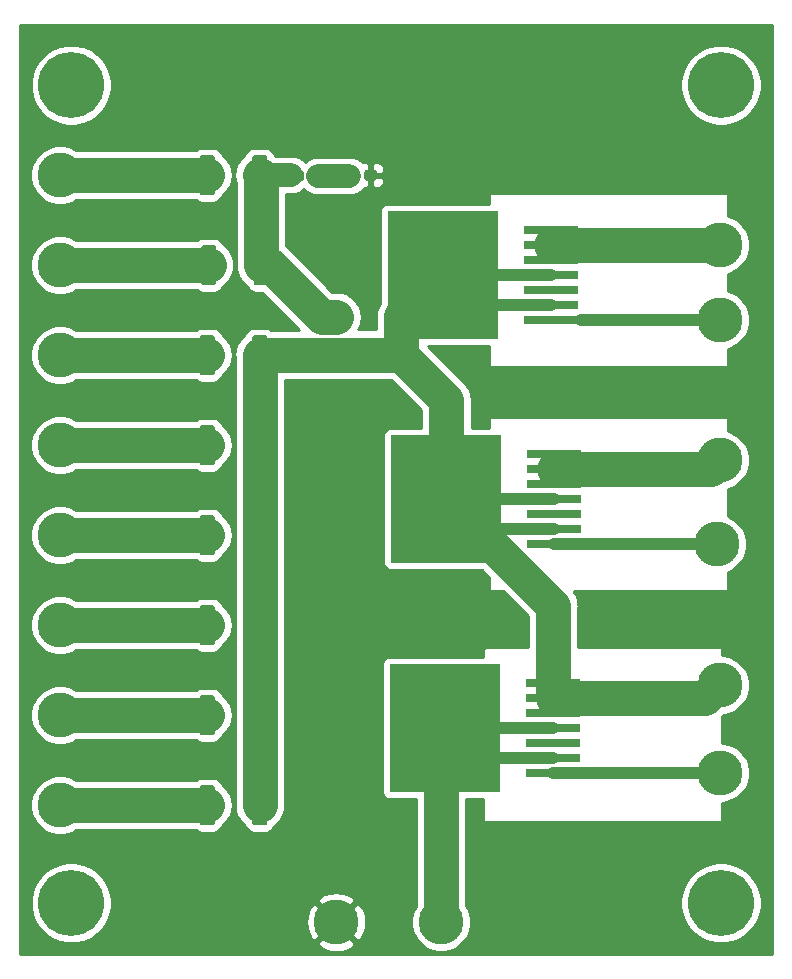
<source format=gbr>
G04 #@! TF.GenerationSoftware,KiCad,Pcbnew,(5.1.2)-2*
G04 #@! TF.CreationDate,2020-03-30T20:59:00+02:00*
G04 #@! TF.ProjectId,PowerBox,506f7765-7242-46f7-982e-6b696361645f,rev?*
G04 #@! TF.SameCoordinates,Original*
G04 #@! TF.FileFunction,Copper,L1,Top*
G04 #@! TF.FilePolarity,Positive*
%FSLAX46Y46*%
G04 Gerber Fmt 4.6, Leading zero omitted, Abs format (unit mm)*
G04 Created by KiCad (PCBNEW (5.1.2)-2) date 2020-03-30 20:59:00*
%MOMM*%
%LPD*%
G04 APERTURE LIST*
%ADD10C,3.800000*%
%ADD11C,0.100000*%
%ADD12C,0.950000*%
%ADD13C,5.600000*%
%ADD14R,9.400000X10.800000*%
%ADD15R,4.600000X0.800000*%
%ADD16C,1.300000*%
%ADD17C,1.425000*%
%ADD18C,1.000000*%
%ADD19C,0.250000*%
%ADD20C,2.000000*%
%ADD21C,3.000000*%
%ADD22C,1.000000*%
%ADD23C,0.254000*%
G04 APERTURE END LIST*
D10*
X122428000Y-119126000D03*
D11*
G36*
X121211779Y-55474144D02*
G01*
X121234834Y-55477563D01*
X121257443Y-55483227D01*
X121279387Y-55491079D01*
X121300457Y-55501044D01*
X121320448Y-55513026D01*
X121339168Y-55526910D01*
X121356438Y-55542562D01*
X121372090Y-55559832D01*
X121385974Y-55578552D01*
X121397956Y-55598543D01*
X121407921Y-55619613D01*
X121415773Y-55641557D01*
X121421437Y-55664166D01*
X121424856Y-55687221D01*
X121426000Y-55710500D01*
X121426000Y-56185500D01*
X121424856Y-56208779D01*
X121421437Y-56231834D01*
X121415773Y-56254443D01*
X121407921Y-56276387D01*
X121397956Y-56297457D01*
X121385974Y-56317448D01*
X121372090Y-56336168D01*
X121356438Y-56353438D01*
X121339168Y-56369090D01*
X121320448Y-56382974D01*
X121300457Y-56394956D01*
X121279387Y-56404921D01*
X121257443Y-56412773D01*
X121234834Y-56418437D01*
X121211779Y-56421856D01*
X121188500Y-56423000D01*
X120613500Y-56423000D01*
X120590221Y-56421856D01*
X120567166Y-56418437D01*
X120544557Y-56412773D01*
X120522613Y-56404921D01*
X120501543Y-56394956D01*
X120481552Y-56382974D01*
X120462832Y-56369090D01*
X120445562Y-56353438D01*
X120429910Y-56336168D01*
X120416026Y-56317448D01*
X120404044Y-56297457D01*
X120394079Y-56276387D01*
X120386227Y-56254443D01*
X120380563Y-56231834D01*
X120377144Y-56208779D01*
X120376000Y-56185500D01*
X120376000Y-55710500D01*
X120377144Y-55687221D01*
X120380563Y-55664166D01*
X120386227Y-55641557D01*
X120394079Y-55619613D01*
X120404044Y-55598543D01*
X120416026Y-55578552D01*
X120429910Y-55559832D01*
X120445562Y-55542562D01*
X120462832Y-55526910D01*
X120481552Y-55513026D01*
X120501543Y-55501044D01*
X120522613Y-55491079D01*
X120544557Y-55483227D01*
X120567166Y-55477563D01*
X120590221Y-55474144D01*
X120613500Y-55473000D01*
X121188500Y-55473000D01*
X121211779Y-55474144D01*
X121211779Y-55474144D01*
G37*
D12*
X120901000Y-55948000D03*
D11*
G36*
X119461779Y-55474144D02*
G01*
X119484834Y-55477563D01*
X119507443Y-55483227D01*
X119529387Y-55491079D01*
X119550457Y-55501044D01*
X119570448Y-55513026D01*
X119589168Y-55526910D01*
X119606438Y-55542562D01*
X119622090Y-55559832D01*
X119635974Y-55578552D01*
X119647956Y-55598543D01*
X119657921Y-55619613D01*
X119665773Y-55641557D01*
X119671437Y-55664166D01*
X119674856Y-55687221D01*
X119676000Y-55710500D01*
X119676000Y-56185500D01*
X119674856Y-56208779D01*
X119671437Y-56231834D01*
X119665773Y-56254443D01*
X119657921Y-56276387D01*
X119647956Y-56297457D01*
X119635974Y-56317448D01*
X119622090Y-56336168D01*
X119606438Y-56353438D01*
X119589168Y-56369090D01*
X119570448Y-56382974D01*
X119550457Y-56394956D01*
X119529387Y-56404921D01*
X119507443Y-56412773D01*
X119484834Y-56418437D01*
X119461779Y-56421856D01*
X119438500Y-56423000D01*
X118863500Y-56423000D01*
X118840221Y-56421856D01*
X118817166Y-56418437D01*
X118794557Y-56412773D01*
X118772613Y-56404921D01*
X118751543Y-56394956D01*
X118731552Y-56382974D01*
X118712832Y-56369090D01*
X118695562Y-56353438D01*
X118679910Y-56336168D01*
X118666026Y-56317448D01*
X118654044Y-56297457D01*
X118644079Y-56276387D01*
X118636227Y-56254443D01*
X118630563Y-56231834D01*
X118627144Y-56208779D01*
X118626000Y-56185500D01*
X118626000Y-55710500D01*
X118627144Y-55687221D01*
X118630563Y-55664166D01*
X118636227Y-55641557D01*
X118644079Y-55619613D01*
X118654044Y-55598543D01*
X118666026Y-55578552D01*
X118679910Y-55559832D01*
X118695562Y-55542562D01*
X118712832Y-55526910D01*
X118731552Y-55513026D01*
X118751543Y-55501044D01*
X118772613Y-55491079D01*
X118794557Y-55483227D01*
X118817166Y-55477563D01*
X118840221Y-55474144D01*
X118863500Y-55473000D01*
X119438500Y-55473000D01*
X119461779Y-55474144D01*
X119461779Y-55474144D01*
G37*
D12*
X119151000Y-55948000D03*
D10*
X154940000Y-61774000D03*
X154940000Y-68124000D03*
X154940000Y-99060000D03*
X154940000Y-106468000D03*
X99060000Y-63500000D03*
X99060000Y-55880000D03*
X99060000Y-109220000D03*
X99060000Y-101600000D03*
X99060000Y-93980000D03*
X99060000Y-86360000D03*
X99060000Y-78740000D03*
X99060000Y-71120000D03*
X154940000Y-80010000D03*
X154686000Y-87122000D03*
X131318000Y-119126000D03*
D13*
X100000000Y-117500000D03*
X155000000Y-117500000D03*
X155000000Y-48260000D03*
X100000000Y-48260000D03*
D14*
X131753000Y-83312000D03*
D15*
X140903000Y-79502000D03*
X140903000Y-80772000D03*
X140903000Y-82042000D03*
X140903000Y-83312000D03*
X140903000Y-84582000D03*
X140903000Y-85852000D03*
X140903000Y-87122000D03*
D14*
X131433000Y-64333000D03*
D15*
X140583000Y-60523000D03*
X140583000Y-61793000D03*
X140583000Y-63063000D03*
X140583000Y-64333000D03*
X140583000Y-65603000D03*
X140583000Y-66873000D03*
X140583000Y-68143000D03*
D14*
X131649000Y-102677000D03*
D15*
X140799000Y-98867000D03*
X140799000Y-100137000D03*
X140799000Y-101407000D03*
X140799000Y-102677000D03*
X140799000Y-103947000D03*
X140799000Y-105217000D03*
X140799000Y-106487000D03*
D11*
G36*
X116502504Y-61801204D02*
G01*
X116526773Y-61804804D01*
X116550571Y-61810765D01*
X116573671Y-61819030D01*
X116595849Y-61829520D01*
X116616893Y-61842133D01*
X116636598Y-61856747D01*
X116654777Y-61873223D01*
X116671253Y-61891402D01*
X116685867Y-61911107D01*
X116698480Y-61932151D01*
X116708970Y-61954329D01*
X116717235Y-61977429D01*
X116723196Y-62001227D01*
X116726796Y-62025496D01*
X116728000Y-62050000D01*
X116728000Y-64950000D01*
X116726796Y-64974504D01*
X116723196Y-64998773D01*
X116717235Y-65022571D01*
X116708970Y-65045671D01*
X116698480Y-65067849D01*
X116685867Y-65088893D01*
X116671253Y-65108598D01*
X116654777Y-65126777D01*
X116636598Y-65143253D01*
X116616893Y-65157867D01*
X116595849Y-65170480D01*
X116573671Y-65180970D01*
X116550571Y-65189235D01*
X116526773Y-65195196D01*
X116502504Y-65198796D01*
X116478000Y-65200000D01*
X115678000Y-65200000D01*
X115653496Y-65198796D01*
X115629227Y-65195196D01*
X115605429Y-65189235D01*
X115582329Y-65180970D01*
X115560151Y-65170480D01*
X115539107Y-65157867D01*
X115519402Y-65143253D01*
X115501223Y-65126777D01*
X115484747Y-65108598D01*
X115470133Y-65088893D01*
X115457520Y-65067849D01*
X115447030Y-65045671D01*
X115438765Y-65022571D01*
X115432804Y-64998773D01*
X115429204Y-64974504D01*
X115428000Y-64950000D01*
X115428000Y-62050000D01*
X115429204Y-62025496D01*
X115432804Y-62001227D01*
X115438765Y-61977429D01*
X115447030Y-61954329D01*
X115457520Y-61932151D01*
X115470133Y-61911107D01*
X115484747Y-61891402D01*
X115501223Y-61873223D01*
X115519402Y-61856747D01*
X115539107Y-61842133D01*
X115560151Y-61829520D01*
X115582329Y-61819030D01*
X115605429Y-61810765D01*
X115629227Y-61804804D01*
X115653496Y-61801204D01*
X115678000Y-61800000D01*
X116478000Y-61800000D01*
X116502504Y-61801204D01*
X116502504Y-61801204D01*
G37*
D16*
X116078000Y-63500000D03*
D11*
G36*
X112052504Y-61801204D02*
G01*
X112076773Y-61804804D01*
X112100571Y-61810765D01*
X112123671Y-61819030D01*
X112145849Y-61829520D01*
X112166893Y-61842133D01*
X112186598Y-61856747D01*
X112204777Y-61873223D01*
X112221253Y-61891402D01*
X112235867Y-61911107D01*
X112248480Y-61932151D01*
X112258970Y-61954329D01*
X112267235Y-61977429D01*
X112273196Y-62001227D01*
X112276796Y-62025496D01*
X112278000Y-62050000D01*
X112278000Y-64950000D01*
X112276796Y-64974504D01*
X112273196Y-64998773D01*
X112267235Y-65022571D01*
X112258970Y-65045671D01*
X112248480Y-65067849D01*
X112235867Y-65088893D01*
X112221253Y-65108598D01*
X112204777Y-65126777D01*
X112186598Y-65143253D01*
X112166893Y-65157867D01*
X112145849Y-65170480D01*
X112123671Y-65180970D01*
X112100571Y-65189235D01*
X112076773Y-65195196D01*
X112052504Y-65198796D01*
X112028000Y-65200000D01*
X111228000Y-65200000D01*
X111203496Y-65198796D01*
X111179227Y-65195196D01*
X111155429Y-65189235D01*
X111132329Y-65180970D01*
X111110151Y-65170480D01*
X111089107Y-65157867D01*
X111069402Y-65143253D01*
X111051223Y-65126777D01*
X111034747Y-65108598D01*
X111020133Y-65088893D01*
X111007520Y-65067849D01*
X110997030Y-65045671D01*
X110988765Y-65022571D01*
X110982804Y-64998773D01*
X110979204Y-64974504D01*
X110978000Y-64950000D01*
X110978000Y-62050000D01*
X110979204Y-62025496D01*
X110982804Y-62001227D01*
X110988765Y-61977429D01*
X110997030Y-61954329D01*
X111007520Y-61932151D01*
X111020133Y-61911107D01*
X111034747Y-61891402D01*
X111051223Y-61873223D01*
X111069402Y-61856747D01*
X111089107Y-61842133D01*
X111110151Y-61829520D01*
X111132329Y-61819030D01*
X111155429Y-61810765D01*
X111179227Y-61804804D01*
X111203496Y-61801204D01*
X111228000Y-61800000D01*
X112028000Y-61800000D01*
X112052504Y-61801204D01*
X112052504Y-61801204D01*
G37*
D16*
X111628000Y-63500000D03*
D11*
G36*
X116380504Y-54181204D02*
G01*
X116404773Y-54184804D01*
X116428571Y-54190765D01*
X116451671Y-54199030D01*
X116473849Y-54209520D01*
X116494893Y-54222133D01*
X116514598Y-54236747D01*
X116532777Y-54253223D01*
X116549253Y-54271402D01*
X116563867Y-54291107D01*
X116576480Y-54312151D01*
X116586970Y-54334329D01*
X116595235Y-54357429D01*
X116601196Y-54381227D01*
X116604796Y-54405496D01*
X116606000Y-54430000D01*
X116606000Y-57330000D01*
X116604796Y-57354504D01*
X116601196Y-57378773D01*
X116595235Y-57402571D01*
X116586970Y-57425671D01*
X116576480Y-57447849D01*
X116563867Y-57468893D01*
X116549253Y-57488598D01*
X116532777Y-57506777D01*
X116514598Y-57523253D01*
X116494893Y-57537867D01*
X116473849Y-57550480D01*
X116451671Y-57560970D01*
X116428571Y-57569235D01*
X116404773Y-57575196D01*
X116380504Y-57578796D01*
X116356000Y-57580000D01*
X115556000Y-57580000D01*
X115531496Y-57578796D01*
X115507227Y-57575196D01*
X115483429Y-57569235D01*
X115460329Y-57560970D01*
X115438151Y-57550480D01*
X115417107Y-57537867D01*
X115397402Y-57523253D01*
X115379223Y-57506777D01*
X115362747Y-57488598D01*
X115348133Y-57468893D01*
X115335520Y-57447849D01*
X115325030Y-57425671D01*
X115316765Y-57402571D01*
X115310804Y-57378773D01*
X115307204Y-57354504D01*
X115306000Y-57330000D01*
X115306000Y-54430000D01*
X115307204Y-54405496D01*
X115310804Y-54381227D01*
X115316765Y-54357429D01*
X115325030Y-54334329D01*
X115335520Y-54312151D01*
X115348133Y-54291107D01*
X115362747Y-54271402D01*
X115379223Y-54253223D01*
X115397402Y-54236747D01*
X115417107Y-54222133D01*
X115438151Y-54209520D01*
X115460329Y-54199030D01*
X115483429Y-54190765D01*
X115507227Y-54184804D01*
X115531496Y-54181204D01*
X115556000Y-54180000D01*
X116356000Y-54180000D01*
X116380504Y-54181204D01*
X116380504Y-54181204D01*
G37*
D16*
X115956000Y-55880000D03*
D11*
G36*
X111930504Y-54181204D02*
G01*
X111954773Y-54184804D01*
X111978571Y-54190765D01*
X112001671Y-54199030D01*
X112023849Y-54209520D01*
X112044893Y-54222133D01*
X112064598Y-54236747D01*
X112082777Y-54253223D01*
X112099253Y-54271402D01*
X112113867Y-54291107D01*
X112126480Y-54312151D01*
X112136970Y-54334329D01*
X112145235Y-54357429D01*
X112151196Y-54381227D01*
X112154796Y-54405496D01*
X112156000Y-54430000D01*
X112156000Y-57330000D01*
X112154796Y-57354504D01*
X112151196Y-57378773D01*
X112145235Y-57402571D01*
X112136970Y-57425671D01*
X112126480Y-57447849D01*
X112113867Y-57468893D01*
X112099253Y-57488598D01*
X112082777Y-57506777D01*
X112064598Y-57523253D01*
X112044893Y-57537867D01*
X112023849Y-57550480D01*
X112001671Y-57560970D01*
X111978571Y-57569235D01*
X111954773Y-57575196D01*
X111930504Y-57578796D01*
X111906000Y-57580000D01*
X111106000Y-57580000D01*
X111081496Y-57578796D01*
X111057227Y-57575196D01*
X111033429Y-57569235D01*
X111010329Y-57560970D01*
X110988151Y-57550480D01*
X110967107Y-57537867D01*
X110947402Y-57523253D01*
X110929223Y-57506777D01*
X110912747Y-57488598D01*
X110898133Y-57468893D01*
X110885520Y-57447849D01*
X110875030Y-57425671D01*
X110866765Y-57402571D01*
X110860804Y-57378773D01*
X110857204Y-57354504D01*
X110856000Y-57330000D01*
X110856000Y-54430000D01*
X110857204Y-54405496D01*
X110860804Y-54381227D01*
X110866765Y-54357429D01*
X110875030Y-54334329D01*
X110885520Y-54312151D01*
X110898133Y-54291107D01*
X110912747Y-54271402D01*
X110929223Y-54253223D01*
X110947402Y-54236747D01*
X110967107Y-54222133D01*
X110988151Y-54209520D01*
X111010329Y-54199030D01*
X111033429Y-54190765D01*
X111057227Y-54184804D01*
X111081496Y-54181204D01*
X111106000Y-54180000D01*
X111906000Y-54180000D01*
X111930504Y-54181204D01*
X111930504Y-54181204D01*
G37*
D16*
X111506000Y-55880000D03*
D11*
G36*
X116380504Y-107521204D02*
G01*
X116404773Y-107524804D01*
X116428571Y-107530765D01*
X116451671Y-107539030D01*
X116473849Y-107549520D01*
X116494893Y-107562133D01*
X116514598Y-107576747D01*
X116532777Y-107593223D01*
X116549253Y-107611402D01*
X116563867Y-107631107D01*
X116576480Y-107652151D01*
X116586970Y-107674329D01*
X116595235Y-107697429D01*
X116601196Y-107721227D01*
X116604796Y-107745496D01*
X116606000Y-107770000D01*
X116606000Y-110670000D01*
X116604796Y-110694504D01*
X116601196Y-110718773D01*
X116595235Y-110742571D01*
X116586970Y-110765671D01*
X116576480Y-110787849D01*
X116563867Y-110808893D01*
X116549253Y-110828598D01*
X116532777Y-110846777D01*
X116514598Y-110863253D01*
X116494893Y-110877867D01*
X116473849Y-110890480D01*
X116451671Y-110900970D01*
X116428571Y-110909235D01*
X116404773Y-110915196D01*
X116380504Y-110918796D01*
X116356000Y-110920000D01*
X115556000Y-110920000D01*
X115531496Y-110918796D01*
X115507227Y-110915196D01*
X115483429Y-110909235D01*
X115460329Y-110900970D01*
X115438151Y-110890480D01*
X115417107Y-110877867D01*
X115397402Y-110863253D01*
X115379223Y-110846777D01*
X115362747Y-110828598D01*
X115348133Y-110808893D01*
X115335520Y-110787849D01*
X115325030Y-110765671D01*
X115316765Y-110742571D01*
X115310804Y-110718773D01*
X115307204Y-110694504D01*
X115306000Y-110670000D01*
X115306000Y-107770000D01*
X115307204Y-107745496D01*
X115310804Y-107721227D01*
X115316765Y-107697429D01*
X115325030Y-107674329D01*
X115335520Y-107652151D01*
X115348133Y-107631107D01*
X115362747Y-107611402D01*
X115379223Y-107593223D01*
X115397402Y-107576747D01*
X115417107Y-107562133D01*
X115438151Y-107549520D01*
X115460329Y-107539030D01*
X115483429Y-107530765D01*
X115507227Y-107524804D01*
X115531496Y-107521204D01*
X115556000Y-107520000D01*
X116356000Y-107520000D01*
X116380504Y-107521204D01*
X116380504Y-107521204D01*
G37*
D16*
X115956000Y-109220000D03*
D11*
G36*
X111930504Y-107521204D02*
G01*
X111954773Y-107524804D01*
X111978571Y-107530765D01*
X112001671Y-107539030D01*
X112023849Y-107549520D01*
X112044893Y-107562133D01*
X112064598Y-107576747D01*
X112082777Y-107593223D01*
X112099253Y-107611402D01*
X112113867Y-107631107D01*
X112126480Y-107652151D01*
X112136970Y-107674329D01*
X112145235Y-107697429D01*
X112151196Y-107721227D01*
X112154796Y-107745496D01*
X112156000Y-107770000D01*
X112156000Y-110670000D01*
X112154796Y-110694504D01*
X112151196Y-110718773D01*
X112145235Y-110742571D01*
X112136970Y-110765671D01*
X112126480Y-110787849D01*
X112113867Y-110808893D01*
X112099253Y-110828598D01*
X112082777Y-110846777D01*
X112064598Y-110863253D01*
X112044893Y-110877867D01*
X112023849Y-110890480D01*
X112001671Y-110900970D01*
X111978571Y-110909235D01*
X111954773Y-110915196D01*
X111930504Y-110918796D01*
X111906000Y-110920000D01*
X111106000Y-110920000D01*
X111081496Y-110918796D01*
X111057227Y-110915196D01*
X111033429Y-110909235D01*
X111010329Y-110900970D01*
X110988151Y-110890480D01*
X110967107Y-110877867D01*
X110947402Y-110863253D01*
X110929223Y-110846777D01*
X110912747Y-110828598D01*
X110898133Y-110808893D01*
X110885520Y-110787849D01*
X110875030Y-110765671D01*
X110866765Y-110742571D01*
X110860804Y-110718773D01*
X110857204Y-110694504D01*
X110856000Y-110670000D01*
X110856000Y-107770000D01*
X110857204Y-107745496D01*
X110860804Y-107721227D01*
X110866765Y-107697429D01*
X110875030Y-107674329D01*
X110885520Y-107652151D01*
X110898133Y-107631107D01*
X110912747Y-107611402D01*
X110929223Y-107593223D01*
X110947402Y-107576747D01*
X110967107Y-107562133D01*
X110988151Y-107549520D01*
X111010329Y-107539030D01*
X111033429Y-107530765D01*
X111057227Y-107524804D01*
X111081496Y-107521204D01*
X111106000Y-107520000D01*
X111906000Y-107520000D01*
X111930504Y-107521204D01*
X111930504Y-107521204D01*
G37*
D16*
X111506000Y-109220000D03*
D11*
G36*
X116380504Y-99901204D02*
G01*
X116404773Y-99904804D01*
X116428571Y-99910765D01*
X116451671Y-99919030D01*
X116473849Y-99929520D01*
X116494893Y-99942133D01*
X116514598Y-99956747D01*
X116532777Y-99973223D01*
X116549253Y-99991402D01*
X116563867Y-100011107D01*
X116576480Y-100032151D01*
X116586970Y-100054329D01*
X116595235Y-100077429D01*
X116601196Y-100101227D01*
X116604796Y-100125496D01*
X116606000Y-100150000D01*
X116606000Y-103050000D01*
X116604796Y-103074504D01*
X116601196Y-103098773D01*
X116595235Y-103122571D01*
X116586970Y-103145671D01*
X116576480Y-103167849D01*
X116563867Y-103188893D01*
X116549253Y-103208598D01*
X116532777Y-103226777D01*
X116514598Y-103243253D01*
X116494893Y-103257867D01*
X116473849Y-103270480D01*
X116451671Y-103280970D01*
X116428571Y-103289235D01*
X116404773Y-103295196D01*
X116380504Y-103298796D01*
X116356000Y-103300000D01*
X115556000Y-103300000D01*
X115531496Y-103298796D01*
X115507227Y-103295196D01*
X115483429Y-103289235D01*
X115460329Y-103280970D01*
X115438151Y-103270480D01*
X115417107Y-103257867D01*
X115397402Y-103243253D01*
X115379223Y-103226777D01*
X115362747Y-103208598D01*
X115348133Y-103188893D01*
X115335520Y-103167849D01*
X115325030Y-103145671D01*
X115316765Y-103122571D01*
X115310804Y-103098773D01*
X115307204Y-103074504D01*
X115306000Y-103050000D01*
X115306000Y-100150000D01*
X115307204Y-100125496D01*
X115310804Y-100101227D01*
X115316765Y-100077429D01*
X115325030Y-100054329D01*
X115335520Y-100032151D01*
X115348133Y-100011107D01*
X115362747Y-99991402D01*
X115379223Y-99973223D01*
X115397402Y-99956747D01*
X115417107Y-99942133D01*
X115438151Y-99929520D01*
X115460329Y-99919030D01*
X115483429Y-99910765D01*
X115507227Y-99904804D01*
X115531496Y-99901204D01*
X115556000Y-99900000D01*
X116356000Y-99900000D01*
X116380504Y-99901204D01*
X116380504Y-99901204D01*
G37*
D16*
X115956000Y-101600000D03*
D11*
G36*
X111930504Y-99901204D02*
G01*
X111954773Y-99904804D01*
X111978571Y-99910765D01*
X112001671Y-99919030D01*
X112023849Y-99929520D01*
X112044893Y-99942133D01*
X112064598Y-99956747D01*
X112082777Y-99973223D01*
X112099253Y-99991402D01*
X112113867Y-100011107D01*
X112126480Y-100032151D01*
X112136970Y-100054329D01*
X112145235Y-100077429D01*
X112151196Y-100101227D01*
X112154796Y-100125496D01*
X112156000Y-100150000D01*
X112156000Y-103050000D01*
X112154796Y-103074504D01*
X112151196Y-103098773D01*
X112145235Y-103122571D01*
X112136970Y-103145671D01*
X112126480Y-103167849D01*
X112113867Y-103188893D01*
X112099253Y-103208598D01*
X112082777Y-103226777D01*
X112064598Y-103243253D01*
X112044893Y-103257867D01*
X112023849Y-103270480D01*
X112001671Y-103280970D01*
X111978571Y-103289235D01*
X111954773Y-103295196D01*
X111930504Y-103298796D01*
X111906000Y-103300000D01*
X111106000Y-103300000D01*
X111081496Y-103298796D01*
X111057227Y-103295196D01*
X111033429Y-103289235D01*
X111010329Y-103280970D01*
X110988151Y-103270480D01*
X110967107Y-103257867D01*
X110947402Y-103243253D01*
X110929223Y-103226777D01*
X110912747Y-103208598D01*
X110898133Y-103188893D01*
X110885520Y-103167849D01*
X110875030Y-103145671D01*
X110866765Y-103122571D01*
X110860804Y-103098773D01*
X110857204Y-103074504D01*
X110856000Y-103050000D01*
X110856000Y-100150000D01*
X110857204Y-100125496D01*
X110860804Y-100101227D01*
X110866765Y-100077429D01*
X110875030Y-100054329D01*
X110885520Y-100032151D01*
X110898133Y-100011107D01*
X110912747Y-99991402D01*
X110929223Y-99973223D01*
X110947402Y-99956747D01*
X110967107Y-99942133D01*
X110988151Y-99929520D01*
X111010329Y-99919030D01*
X111033429Y-99910765D01*
X111057227Y-99904804D01*
X111081496Y-99901204D01*
X111106000Y-99900000D01*
X111906000Y-99900000D01*
X111930504Y-99901204D01*
X111930504Y-99901204D01*
G37*
D16*
X111506000Y-101600000D03*
D11*
G36*
X116380504Y-92281204D02*
G01*
X116404773Y-92284804D01*
X116428571Y-92290765D01*
X116451671Y-92299030D01*
X116473849Y-92309520D01*
X116494893Y-92322133D01*
X116514598Y-92336747D01*
X116532777Y-92353223D01*
X116549253Y-92371402D01*
X116563867Y-92391107D01*
X116576480Y-92412151D01*
X116586970Y-92434329D01*
X116595235Y-92457429D01*
X116601196Y-92481227D01*
X116604796Y-92505496D01*
X116606000Y-92530000D01*
X116606000Y-95430000D01*
X116604796Y-95454504D01*
X116601196Y-95478773D01*
X116595235Y-95502571D01*
X116586970Y-95525671D01*
X116576480Y-95547849D01*
X116563867Y-95568893D01*
X116549253Y-95588598D01*
X116532777Y-95606777D01*
X116514598Y-95623253D01*
X116494893Y-95637867D01*
X116473849Y-95650480D01*
X116451671Y-95660970D01*
X116428571Y-95669235D01*
X116404773Y-95675196D01*
X116380504Y-95678796D01*
X116356000Y-95680000D01*
X115556000Y-95680000D01*
X115531496Y-95678796D01*
X115507227Y-95675196D01*
X115483429Y-95669235D01*
X115460329Y-95660970D01*
X115438151Y-95650480D01*
X115417107Y-95637867D01*
X115397402Y-95623253D01*
X115379223Y-95606777D01*
X115362747Y-95588598D01*
X115348133Y-95568893D01*
X115335520Y-95547849D01*
X115325030Y-95525671D01*
X115316765Y-95502571D01*
X115310804Y-95478773D01*
X115307204Y-95454504D01*
X115306000Y-95430000D01*
X115306000Y-92530000D01*
X115307204Y-92505496D01*
X115310804Y-92481227D01*
X115316765Y-92457429D01*
X115325030Y-92434329D01*
X115335520Y-92412151D01*
X115348133Y-92391107D01*
X115362747Y-92371402D01*
X115379223Y-92353223D01*
X115397402Y-92336747D01*
X115417107Y-92322133D01*
X115438151Y-92309520D01*
X115460329Y-92299030D01*
X115483429Y-92290765D01*
X115507227Y-92284804D01*
X115531496Y-92281204D01*
X115556000Y-92280000D01*
X116356000Y-92280000D01*
X116380504Y-92281204D01*
X116380504Y-92281204D01*
G37*
D16*
X115956000Y-93980000D03*
D11*
G36*
X111930504Y-92281204D02*
G01*
X111954773Y-92284804D01*
X111978571Y-92290765D01*
X112001671Y-92299030D01*
X112023849Y-92309520D01*
X112044893Y-92322133D01*
X112064598Y-92336747D01*
X112082777Y-92353223D01*
X112099253Y-92371402D01*
X112113867Y-92391107D01*
X112126480Y-92412151D01*
X112136970Y-92434329D01*
X112145235Y-92457429D01*
X112151196Y-92481227D01*
X112154796Y-92505496D01*
X112156000Y-92530000D01*
X112156000Y-95430000D01*
X112154796Y-95454504D01*
X112151196Y-95478773D01*
X112145235Y-95502571D01*
X112136970Y-95525671D01*
X112126480Y-95547849D01*
X112113867Y-95568893D01*
X112099253Y-95588598D01*
X112082777Y-95606777D01*
X112064598Y-95623253D01*
X112044893Y-95637867D01*
X112023849Y-95650480D01*
X112001671Y-95660970D01*
X111978571Y-95669235D01*
X111954773Y-95675196D01*
X111930504Y-95678796D01*
X111906000Y-95680000D01*
X111106000Y-95680000D01*
X111081496Y-95678796D01*
X111057227Y-95675196D01*
X111033429Y-95669235D01*
X111010329Y-95660970D01*
X110988151Y-95650480D01*
X110967107Y-95637867D01*
X110947402Y-95623253D01*
X110929223Y-95606777D01*
X110912747Y-95588598D01*
X110898133Y-95568893D01*
X110885520Y-95547849D01*
X110875030Y-95525671D01*
X110866765Y-95502571D01*
X110860804Y-95478773D01*
X110857204Y-95454504D01*
X110856000Y-95430000D01*
X110856000Y-92530000D01*
X110857204Y-92505496D01*
X110860804Y-92481227D01*
X110866765Y-92457429D01*
X110875030Y-92434329D01*
X110885520Y-92412151D01*
X110898133Y-92391107D01*
X110912747Y-92371402D01*
X110929223Y-92353223D01*
X110947402Y-92336747D01*
X110967107Y-92322133D01*
X110988151Y-92309520D01*
X111010329Y-92299030D01*
X111033429Y-92290765D01*
X111057227Y-92284804D01*
X111081496Y-92281204D01*
X111106000Y-92280000D01*
X111906000Y-92280000D01*
X111930504Y-92281204D01*
X111930504Y-92281204D01*
G37*
D16*
X111506000Y-93980000D03*
D11*
G36*
X116380504Y-84661204D02*
G01*
X116404773Y-84664804D01*
X116428571Y-84670765D01*
X116451671Y-84679030D01*
X116473849Y-84689520D01*
X116494893Y-84702133D01*
X116514598Y-84716747D01*
X116532777Y-84733223D01*
X116549253Y-84751402D01*
X116563867Y-84771107D01*
X116576480Y-84792151D01*
X116586970Y-84814329D01*
X116595235Y-84837429D01*
X116601196Y-84861227D01*
X116604796Y-84885496D01*
X116606000Y-84910000D01*
X116606000Y-87810000D01*
X116604796Y-87834504D01*
X116601196Y-87858773D01*
X116595235Y-87882571D01*
X116586970Y-87905671D01*
X116576480Y-87927849D01*
X116563867Y-87948893D01*
X116549253Y-87968598D01*
X116532777Y-87986777D01*
X116514598Y-88003253D01*
X116494893Y-88017867D01*
X116473849Y-88030480D01*
X116451671Y-88040970D01*
X116428571Y-88049235D01*
X116404773Y-88055196D01*
X116380504Y-88058796D01*
X116356000Y-88060000D01*
X115556000Y-88060000D01*
X115531496Y-88058796D01*
X115507227Y-88055196D01*
X115483429Y-88049235D01*
X115460329Y-88040970D01*
X115438151Y-88030480D01*
X115417107Y-88017867D01*
X115397402Y-88003253D01*
X115379223Y-87986777D01*
X115362747Y-87968598D01*
X115348133Y-87948893D01*
X115335520Y-87927849D01*
X115325030Y-87905671D01*
X115316765Y-87882571D01*
X115310804Y-87858773D01*
X115307204Y-87834504D01*
X115306000Y-87810000D01*
X115306000Y-84910000D01*
X115307204Y-84885496D01*
X115310804Y-84861227D01*
X115316765Y-84837429D01*
X115325030Y-84814329D01*
X115335520Y-84792151D01*
X115348133Y-84771107D01*
X115362747Y-84751402D01*
X115379223Y-84733223D01*
X115397402Y-84716747D01*
X115417107Y-84702133D01*
X115438151Y-84689520D01*
X115460329Y-84679030D01*
X115483429Y-84670765D01*
X115507227Y-84664804D01*
X115531496Y-84661204D01*
X115556000Y-84660000D01*
X116356000Y-84660000D01*
X116380504Y-84661204D01*
X116380504Y-84661204D01*
G37*
D16*
X115956000Y-86360000D03*
D11*
G36*
X111930504Y-84661204D02*
G01*
X111954773Y-84664804D01*
X111978571Y-84670765D01*
X112001671Y-84679030D01*
X112023849Y-84689520D01*
X112044893Y-84702133D01*
X112064598Y-84716747D01*
X112082777Y-84733223D01*
X112099253Y-84751402D01*
X112113867Y-84771107D01*
X112126480Y-84792151D01*
X112136970Y-84814329D01*
X112145235Y-84837429D01*
X112151196Y-84861227D01*
X112154796Y-84885496D01*
X112156000Y-84910000D01*
X112156000Y-87810000D01*
X112154796Y-87834504D01*
X112151196Y-87858773D01*
X112145235Y-87882571D01*
X112136970Y-87905671D01*
X112126480Y-87927849D01*
X112113867Y-87948893D01*
X112099253Y-87968598D01*
X112082777Y-87986777D01*
X112064598Y-88003253D01*
X112044893Y-88017867D01*
X112023849Y-88030480D01*
X112001671Y-88040970D01*
X111978571Y-88049235D01*
X111954773Y-88055196D01*
X111930504Y-88058796D01*
X111906000Y-88060000D01*
X111106000Y-88060000D01*
X111081496Y-88058796D01*
X111057227Y-88055196D01*
X111033429Y-88049235D01*
X111010329Y-88040970D01*
X110988151Y-88030480D01*
X110967107Y-88017867D01*
X110947402Y-88003253D01*
X110929223Y-87986777D01*
X110912747Y-87968598D01*
X110898133Y-87948893D01*
X110885520Y-87927849D01*
X110875030Y-87905671D01*
X110866765Y-87882571D01*
X110860804Y-87858773D01*
X110857204Y-87834504D01*
X110856000Y-87810000D01*
X110856000Y-84910000D01*
X110857204Y-84885496D01*
X110860804Y-84861227D01*
X110866765Y-84837429D01*
X110875030Y-84814329D01*
X110885520Y-84792151D01*
X110898133Y-84771107D01*
X110912747Y-84751402D01*
X110929223Y-84733223D01*
X110947402Y-84716747D01*
X110967107Y-84702133D01*
X110988151Y-84689520D01*
X111010329Y-84679030D01*
X111033429Y-84670765D01*
X111057227Y-84664804D01*
X111081496Y-84661204D01*
X111106000Y-84660000D01*
X111906000Y-84660000D01*
X111930504Y-84661204D01*
X111930504Y-84661204D01*
G37*
D16*
X111506000Y-86360000D03*
D11*
G36*
X116380504Y-77041204D02*
G01*
X116404773Y-77044804D01*
X116428571Y-77050765D01*
X116451671Y-77059030D01*
X116473849Y-77069520D01*
X116494893Y-77082133D01*
X116514598Y-77096747D01*
X116532777Y-77113223D01*
X116549253Y-77131402D01*
X116563867Y-77151107D01*
X116576480Y-77172151D01*
X116586970Y-77194329D01*
X116595235Y-77217429D01*
X116601196Y-77241227D01*
X116604796Y-77265496D01*
X116606000Y-77290000D01*
X116606000Y-80190000D01*
X116604796Y-80214504D01*
X116601196Y-80238773D01*
X116595235Y-80262571D01*
X116586970Y-80285671D01*
X116576480Y-80307849D01*
X116563867Y-80328893D01*
X116549253Y-80348598D01*
X116532777Y-80366777D01*
X116514598Y-80383253D01*
X116494893Y-80397867D01*
X116473849Y-80410480D01*
X116451671Y-80420970D01*
X116428571Y-80429235D01*
X116404773Y-80435196D01*
X116380504Y-80438796D01*
X116356000Y-80440000D01*
X115556000Y-80440000D01*
X115531496Y-80438796D01*
X115507227Y-80435196D01*
X115483429Y-80429235D01*
X115460329Y-80420970D01*
X115438151Y-80410480D01*
X115417107Y-80397867D01*
X115397402Y-80383253D01*
X115379223Y-80366777D01*
X115362747Y-80348598D01*
X115348133Y-80328893D01*
X115335520Y-80307849D01*
X115325030Y-80285671D01*
X115316765Y-80262571D01*
X115310804Y-80238773D01*
X115307204Y-80214504D01*
X115306000Y-80190000D01*
X115306000Y-77290000D01*
X115307204Y-77265496D01*
X115310804Y-77241227D01*
X115316765Y-77217429D01*
X115325030Y-77194329D01*
X115335520Y-77172151D01*
X115348133Y-77151107D01*
X115362747Y-77131402D01*
X115379223Y-77113223D01*
X115397402Y-77096747D01*
X115417107Y-77082133D01*
X115438151Y-77069520D01*
X115460329Y-77059030D01*
X115483429Y-77050765D01*
X115507227Y-77044804D01*
X115531496Y-77041204D01*
X115556000Y-77040000D01*
X116356000Y-77040000D01*
X116380504Y-77041204D01*
X116380504Y-77041204D01*
G37*
D16*
X115956000Y-78740000D03*
D11*
G36*
X111930504Y-77041204D02*
G01*
X111954773Y-77044804D01*
X111978571Y-77050765D01*
X112001671Y-77059030D01*
X112023849Y-77069520D01*
X112044893Y-77082133D01*
X112064598Y-77096747D01*
X112082777Y-77113223D01*
X112099253Y-77131402D01*
X112113867Y-77151107D01*
X112126480Y-77172151D01*
X112136970Y-77194329D01*
X112145235Y-77217429D01*
X112151196Y-77241227D01*
X112154796Y-77265496D01*
X112156000Y-77290000D01*
X112156000Y-80190000D01*
X112154796Y-80214504D01*
X112151196Y-80238773D01*
X112145235Y-80262571D01*
X112136970Y-80285671D01*
X112126480Y-80307849D01*
X112113867Y-80328893D01*
X112099253Y-80348598D01*
X112082777Y-80366777D01*
X112064598Y-80383253D01*
X112044893Y-80397867D01*
X112023849Y-80410480D01*
X112001671Y-80420970D01*
X111978571Y-80429235D01*
X111954773Y-80435196D01*
X111930504Y-80438796D01*
X111906000Y-80440000D01*
X111106000Y-80440000D01*
X111081496Y-80438796D01*
X111057227Y-80435196D01*
X111033429Y-80429235D01*
X111010329Y-80420970D01*
X110988151Y-80410480D01*
X110967107Y-80397867D01*
X110947402Y-80383253D01*
X110929223Y-80366777D01*
X110912747Y-80348598D01*
X110898133Y-80328893D01*
X110885520Y-80307849D01*
X110875030Y-80285671D01*
X110866765Y-80262571D01*
X110860804Y-80238773D01*
X110857204Y-80214504D01*
X110856000Y-80190000D01*
X110856000Y-77290000D01*
X110857204Y-77265496D01*
X110860804Y-77241227D01*
X110866765Y-77217429D01*
X110875030Y-77194329D01*
X110885520Y-77172151D01*
X110898133Y-77151107D01*
X110912747Y-77131402D01*
X110929223Y-77113223D01*
X110947402Y-77096747D01*
X110967107Y-77082133D01*
X110988151Y-77069520D01*
X111010329Y-77059030D01*
X111033429Y-77050765D01*
X111057227Y-77044804D01*
X111081496Y-77041204D01*
X111106000Y-77040000D01*
X111906000Y-77040000D01*
X111930504Y-77041204D01*
X111930504Y-77041204D01*
G37*
D16*
X111506000Y-78740000D03*
D11*
G36*
X116380504Y-69421204D02*
G01*
X116404773Y-69424804D01*
X116428571Y-69430765D01*
X116451671Y-69439030D01*
X116473849Y-69449520D01*
X116494893Y-69462133D01*
X116514598Y-69476747D01*
X116532777Y-69493223D01*
X116549253Y-69511402D01*
X116563867Y-69531107D01*
X116576480Y-69552151D01*
X116586970Y-69574329D01*
X116595235Y-69597429D01*
X116601196Y-69621227D01*
X116604796Y-69645496D01*
X116606000Y-69670000D01*
X116606000Y-72570000D01*
X116604796Y-72594504D01*
X116601196Y-72618773D01*
X116595235Y-72642571D01*
X116586970Y-72665671D01*
X116576480Y-72687849D01*
X116563867Y-72708893D01*
X116549253Y-72728598D01*
X116532777Y-72746777D01*
X116514598Y-72763253D01*
X116494893Y-72777867D01*
X116473849Y-72790480D01*
X116451671Y-72800970D01*
X116428571Y-72809235D01*
X116404773Y-72815196D01*
X116380504Y-72818796D01*
X116356000Y-72820000D01*
X115556000Y-72820000D01*
X115531496Y-72818796D01*
X115507227Y-72815196D01*
X115483429Y-72809235D01*
X115460329Y-72800970D01*
X115438151Y-72790480D01*
X115417107Y-72777867D01*
X115397402Y-72763253D01*
X115379223Y-72746777D01*
X115362747Y-72728598D01*
X115348133Y-72708893D01*
X115335520Y-72687849D01*
X115325030Y-72665671D01*
X115316765Y-72642571D01*
X115310804Y-72618773D01*
X115307204Y-72594504D01*
X115306000Y-72570000D01*
X115306000Y-69670000D01*
X115307204Y-69645496D01*
X115310804Y-69621227D01*
X115316765Y-69597429D01*
X115325030Y-69574329D01*
X115335520Y-69552151D01*
X115348133Y-69531107D01*
X115362747Y-69511402D01*
X115379223Y-69493223D01*
X115397402Y-69476747D01*
X115417107Y-69462133D01*
X115438151Y-69449520D01*
X115460329Y-69439030D01*
X115483429Y-69430765D01*
X115507227Y-69424804D01*
X115531496Y-69421204D01*
X115556000Y-69420000D01*
X116356000Y-69420000D01*
X116380504Y-69421204D01*
X116380504Y-69421204D01*
G37*
D16*
X115956000Y-71120000D03*
D11*
G36*
X111930504Y-69421204D02*
G01*
X111954773Y-69424804D01*
X111978571Y-69430765D01*
X112001671Y-69439030D01*
X112023849Y-69449520D01*
X112044893Y-69462133D01*
X112064598Y-69476747D01*
X112082777Y-69493223D01*
X112099253Y-69511402D01*
X112113867Y-69531107D01*
X112126480Y-69552151D01*
X112136970Y-69574329D01*
X112145235Y-69597429D01*
X112151196Y-69621227D01*
X112154796Y-69645496D01*
X112156000Y-69670000D01*
X112156000Y-72570000D01*
X112154796Y-72594504D01*
X112151196Y-72618773D01*
X112145235Y-72642571D01*
X112136970Y-72665671D01*
X112126480Y-72687849D01*
X112113867Y-72708893D01*
X112099253Y-72728598D01*
X112082777Y-72746777D01*
X112064598Y-72763253D01*
X112044893Y-72777867D01*
X112023849Y-72790480D01*
X112001671Y-72800970D01*
X111978571Y-72809235D01*
X111954773Y-72815196D01*
X111930504Y-72818796D01*
X111906000Y-72820000D01*
X111106000Y-72820000D01*
X111081496Y-72818796D01*
X111057227Y-72815196D01*
X111033429Y-72809235D01*
X111010329Y-72800970D01*
X110988151Y-72790480D01*
X110967107Y-72777867D01*
X110947402Y-72763253D01*
X110929223Y-72746777D01*
X110912747Y-72728598D01*
X110898133Y-72708893D01*
X110885520Y-72687849D01*
X110875030Y-72665671D01*
X110866765Y-72642571D01*
X110860804Y-72618773D01*
X110857204Y-72594504D01*
X110856000Y-72570000D01*
X110856000Y-69670000D01*
X110857204Y-69645496D01*
X110860804Y-69621227D01*
X110866765Y-69597429D01*
X110875030Y-69574329D01*
X110885520Y-69552151D01*
X110898133Y-69531107D01*
X110912747Y-69511402D01*
X110929223Y-69493223D01*
X110947402Y-69476747D01*
X110967107Y-69462133D01*
X110988151Y-69449520D01*
X111010329Y-69439030D01*
X111033429Y-69430765D01*
X111057227Y-69424804D01*
X111081496Y-69421204D01*
X111106000Y-69420000D01*
X111906000Y-69420000D01*
X111930504Y-69421204D01*
X111930504Y-69421204D01*
G37*
D16*
X111506000Y-71120000D03*
D11*
G36*
X123077504Y-70372204D02*
G01*
X123101773Y-70375804D01*
X123125571Y-70381765D01*
X123148671Y-70390030D01*
X123170849Y-70400520D01*
X123191893Y-70413133D01*
X123211598Y-70427747D01*
X123229777Y-70444223D01*
X123246253Y-70462402D01*
X123260867Y-70482107D01*
X123273480Y-70503151D01*
X123283970Y-70525329D01*
X123292235Y-70548429D01*
X123298196Y-70572227D01*
X123301796Y-70596496D01*
X123303000Y-70621000D01*
X123303000Y-71546000D01*
X123301796Y-71570504D01*
X123298196Y-71594773D01*
X123292235Y-71618571D01*
X123283970Y-71641671D01*
X123273480Y-71663849D01*
X123260867Y-71684893D01*
X123246253Y-71704598D01*
X123229777Y-71722777D01*
X123211598Y-71739253D01*
X123191893Y-71753867D01*
X123170849Y-71766480D01*
X123148671Y-71776970D01*
X123125571Y-71785235D01*
X123101773Y-71791196D01*
X123077504Y-71794796D01*
X123053000Y-71796000D01*
X121803000Y-71796000D01*
X121778496Y-71794796D01*
X121754227Y-71791196D01*
X121730429Y-71785235D01*
X121707329Y-71776970D01*
X121685151Y-71766480D01*
X121664107Y-71753867D01*
X121644402Y-71739253D01*
X121626223Y-71722777D01*
X121609747Y-71704598D01*
X121595133Y-71684893D01*
X121582520Y-71663849D01*
X121572030Y-71641671D01*
X121563765Y-71618571D01*
X121557804Y-71594773D01*
X121554204Y-71570504D01*
X121553000Y-71546000D01*
X121553000Y-70621000D01*
X121554204Y-70596496D01*
X121557804Y-70572227D01*
X121563765Y-70548429D01*
X121572030Y-70525329D01*
X121582520Y-70503151D01*
X121595133Y-70482107D01*
X121609747Y-70462402D01*
X121626223Y-70444223D01*
X121644402Y-70427747D01*
X121664107Y-70413133D01*
X121685151Y-70400520D01*
X121707329Y-70390030D01*
X121730429Y-70381765D01*
X121754227Y-70375804D01*
X121778496Y-70372204D01*
X121803000Y-70371000D01*
X123053000Y-70371000D01*
X123077504Y-70372204D01*
X123077504Y-70372204D01*
G37*
D17*
X122428000Y-71083500D03*
D11*
G36*
X123077504Y-67397204D02*
G01*
X123101773Y-67400804D01*
X123125571Y-67406765D01*
X123148671Y-67415030D01*
X123170849Y-67425520D01*
X123191893Y-67438133D01*
X123211598Y-67452747D01*
X123229777Y-67469223D01*
X123246253Y-67487402D01*
X123260867Y-67507107D01*
X123273480Y-67528151D01*
X123283970Y-67550329D01*
X123292235Y-67573429D01*
X123298196Y-67597227D01*
X123301796Y-67621496D01*
X123303000Y-67646000D01*
X123303000Y-68571000D01*
X123301796Y-68595504D01*
X123298196Y-68619773D01*
X123292235Y-68643571D01*
X123283970Y-68666671D01*
X123273480Y-68688849D01*
X123260867Y-68709893D01*
X123246253Y-68729598D01*
X123229777Y-68747777D01*
X123211598Y-68764253D01*
X123191893Y-68778867D01*
X123170849Y-68791480D01*
X123148671Y-68801970D01*
X123125571Y-68810235D01*
X123101773Y-68816196D01*
X123077504Y-68819796D01*
X123053000Y-68821000D01*
X121803000Y-68821000D01*
X121778496Y-68819796D01*
X121754227Y-68816196D01*
X121730429Y-68810235D01*
X121707329Y-68801970D01*
X121685151Y-68791480D01*
X121664107Y-68778867D01*
X121644402Y-68764253D01*
X121626223Y-68747777D01*
X121609747Y-68729598D01*
X121595133Y-68709893D01*
X121582520Y-68688849D01*
X121572030Y-68666671D01*
X121563765Y-68643571D01*
X121557804Y-68619773D01*
X121554204Y-68595504D01*
X121553000Y-68571000D01*
X121553000Y-67646000D01*
X121554204Y-67621496D01*
X121557804Y-67597227D01*
X121563765Y-67573429D01*
X121572030Y-67550329D01*
X121582520Y-67528151D01*
X121595133Y-67507107D01*
X121609747Y-67487402D01*
X121626223Y-67469223D01*
X121644402Y-67452747D01*
X121664107Y-67438133D01*
X121685151Y-67425520D01*
X121707329Y-67415030D01*
X121730429Y-67406765D01*
X121754227Y-67400804D01*
X121778496Y-67397204D01*
X121803000Y-67396000D01*
X123053000Y-67396000D01*
X123077504Y-67397204D01*
X123077504Y-67397204D01*
G37*
D17*
X122428000Y-68108500D03*
D11*
G36*
X125645779Y-55406144D02*
G01*
X125668834Y-55409563D01*
X125691443Y-55415227D01*
X125713387Y-55423079D01*
X125734457Y-55433044D01*
X125754448Y-55445026D01*
X125773168Y-55458910D01*
X125790438Y-55474562D01*
X125806090Y-55491832D01*
X125819974Y-55510552D01*
X125831956Y-55530543D01*
X125841921Y-55551613D01*
X125849773Y-55573557D01*
X125855437Y-55596166D01*
X125858856Y-55619221D01*
X125860000Y-55642500D01*
X125860000Y-56117500D01*
X125858856Y-56140779D01*
X125855437Y-56163834D01*
X125849773Y-56186443D01*
X125841921Y-56208387D01*
X125831956Y-56229457D01*
X125819974Y-56249448D01*
X125806090Y-56268168D01*
X125790438Y-56285438D01*
X125773168Y-56301090D01*
X125754448Y-56314974D01*
X125734457Y-56326956D01*
X125713387Y-56336921D01*
X125691443Y-56344773D01*
X125668834Y-56350437D01*
X125645779Y-56353856D01*
X125622500Y-56355000D01*
X125047500Y-56355000D01*
X125024221Y-56353856D01*
X125001166Y-56350437D01*
X124978557Y-56344773D01*
X124956613Y-56336921D01*
X124935543Y-56326956D01*
X124915552Y-56314974D01*
X124896832Y-56301090D01*
X124879562Y-56285438D01*
X124863910Y-56268168D01*
X124850026Y-56249448D01*
X124838044Y-56229457D01*
X124828079Y-56208387D01*
X124820227Y-56186443D01*
X124814563Y-56163834D01*
X124811144Y-56140779D01*
X124810000Y-56117500D01*
X124810000Y-55642500D01*
X124811144Y-55619221D01*
X124814563Y-55596166D01*
X124820227Y-55573557D01*
X124828079Y-55551613D01*
X124838044Y-55530543D01*
X124850026Y-55510552D01*
X124863910Y-55491832D01*
X124879562Y-55474562D01*
X124896832Y-55458910D01*
X124915552Y-55445026D01*
X124935543Y-55433044D01*
X124956613Y-55423079D01*
X124978557Y-55415227D01*
X125001166Y-55409563D01*
X125024221Y-55406144D01*
X125047500Y-55405000D01*
X125622500Y-55405000D01*
X125645779Y-55406144D01*
X125645779Y-55406144D01*
G37*
D12*
X125335000Y-55880000D03*
D11*
G36*
X123895779Y-55406144D02*
G01*
X123918834Y-55409563D01*
X123941443Y-55415227D01*
X123963387Y-55423079D01*
X123984457Y-55433044D01*
X124004448Y-55445026D01*
X124023168Y-55458910D01*
X124040438Y-55474562D01*
X124056090Y-55491832D01*
X124069974Y-55510552D01*
X124081956Y-55530543D01*
X124091921Y-55551613D01*
X124099773Y-55573557D01*
X124105437Y-55596166D01*
X124108856Y-55619221D01*
X124110000Y-55642500D01*
X124110000Y-56117500D01*
X124108856Y-56140779D01*
X124105437Y-56163834D01*
X124099773Y-56186443D01*
X124091921Y-56208387D01*
X124081956Y-56229457D01*
X124069974Y-56249448D01*
X124056090Y-56268168D01*
X124040438Y-56285438D01*
X124023168Y-56301090D01*
X124004448Y-56314974D01*
X123984457Y-56326956D01*
X123963387Y-56336921D01*
X123941443Y-56344773D01*
X123918834Y-56350437D01*
X123895779Y-56353856D01*
X123872500Y-56355000D01*
X123297500Y-56355000D01*
X123274221Y-56353856D01*
X123251166Y-56350437D01*
X123228557Y-56344773D01*
X123206613Y-56336921D01*
X123185543Y-56326956D01*
X123165552Y-56314974D01*
X123146832Y-56301090D01*
X123129562Y-56285438D01*
X123113910Y-56268168D01*
X123100026Y-56249448D01*
X123088044Y-56229457D01*
X123078079Y-56208387D01*
X123070227Y-56186443D01*
X123064563Y-56163834D01*
X123061144Y-56140779D01*
X123060000Y-56117500D01*
X123060000Y-55642500D01*
X123061144Y-55619221D01*
X123064563Y-55596166D01*
X123070227Y-55573557D01*
X123078079Y-55551613D01*
X123088044Y-55530543D01*
X123100026Y-55510552D01*
X123113910Y-55491832D01*
X123129562Y-55474562D01*
X123146832Y-55458910D01*
X123165552Y-55445026D01*
X123185543Y-55433044D01*
X123206613Y-55423079D01*
X123228557Y-55415227D01*
X123251166Y-55409563D01*
X123274221Y-55406144D01*
X123297500Y-55405000D01*
X123872500Y-55405000D01*
X123895779Y-55406144D01*
X123895779Y-55406144D01*
G37*
D12*
X123585000Y-55880000D03*
D18*
X139000000Y-55500000D03*
X142000000Y-55500000D03*
X148000000Y-55500000D03*
X151000000Y-55500000D03*
X145000000Y-55500000D03*
X139000000Y-74000000D03*
X142000000Y-74000000D03*
X136000000Y-74000000D03*
X148000000Y-74000000D03*
X151000000Y-74000000D03*
X145000000Y-74000000D03*
X148000000Y-93500000D03*
X151000000Y-93500000D03*
X145000000Y-93500000D03*
X148000000Y-112500000D03*
X151000000Y-112500000D03*
X145000000Y-112500000D03*
X139000000Y-112500000D03*
X142000000Y-112500000D03*
X136000000Y-112500000D03*
X157000000Y-55500000D03*
X154000000Y-55500000D03*
X157000000Y-74000000D03*
X154000000Y-74000000D03*
X157000000Y-93500000D03*
X154000000Y-93500000D03*
X138000000Y-93500000D03*
X135000000Y-93500000D03*
X157000000Y-112500000D03*
X154000000Y-112500000D03*
X136000000Y-55500000D03*
X133000000Y-84000000D03*
X130000000Y-84000000D03*
X133000000Y-79000000D03*
X133000000Y-81500000D03*
X130000000Y-79000000D03*
X130000000Y-86500000D03*
X130000000Y-81500000D03*
X133000000Y-86500000D03*
X130000000Y-67500000D03*
X130000000Y-62500000D03*
X133000000Y-67500000D03*
X133000000Y-60000000D03*
X130000000Y-60000000D03*
X133000000Y-62500000D03*
X133000000Y-65000000D03*
X130000000Y-65000000D03*
X130000000Y-86500000D03*
X130000000Y-81500000D03*
X133000000Y-86500000D03*
X133000000Y-79000000D03*
X130000000Y-79000000D03*
X133000000Y-81500000D03*
X133000000Y-84000000D03*
X130000000Y-84000000D03*
X133000000Y-107000000D03*
X130000000Y-107000000D03*
X133000000Y-104500000D03*
X130000000Y-104500000D03*
X133000000Y-102000000D03*
X130000000Y-102000000D03*
X133000000Y-99500000D03*
X130000000Y-99500000D03*
D19*
X123517000Y-55948000D02*
X123585000Y-55880000D01*
D20*
X120901000Y-55948000D02*
X123517000Y-55948000D01*
D19*
X116024000Y-55948000D02*
X115956000Y-55880000D01*
X115956000Y-63378000D02*
X116078000Y-63500000D01*
D21*
X121211490Y-67883490D02*
X122428000Y-67883490D01*
X116078000Y-63500000D02*
X116828000Y-63500000D01*
X116828000Y-63500000D02*
X121211490Y-67883490D01*
X116078000Y-56002000D02*
X115956000Y-55880000D01*
X116078000Y-63500000D02*
X116078000Y-56002000D01*
D20*
X115956000Y-55880000D02*
X118607990Y-55880000D01*
D21*
X153651000Y-100137000D02*
X154940000Y-98848000D01*
X140799000Y-100137000D02*
X153651000Y-100137000D01*
D22*
X140583000Y-64333000D02*
X131433000Y-64333000D01*
X133973000Y-66873000D02*
X131433000Y-64333000D01*
X140583000Y-66873000D02*
X133973000Y-66873000D01*
X140903000Y-83312000D02*
X131753000Y-83312000D01*
X134293000Y-85852000D02*
X131753000Y-83312000D01*
X140903000Y-85852000D02*
X134293000Y-85852000D01*
D21*
X115956000Y-71120000D02*
X115956000Y-109220000D01*
X122391500Y-71120000D02*
X122428000Y-71083500D01*
X115956000Y-71120000D02*
X122391500Y-71120000D01*
X122428000Y-71083500D02*
X124682500Y-71083500D01*
X127924500Y-71083500D02*
X124682500Y-71083500D01*
X131753000Y-74912000D02*
X127924500Y-71083500D01*
X131753000Y-83312000D02*
X131753000Y-74912000D01*
X127924500Y-67841500D02*
X131433000Y-64333000D01*
X127924500Y-71083500D02*
X127924500Y-67841500D01*
X140799000Y-92358000D02*
X140799000Y-100137000D01*
X131753000Y-83312000D02*
X140799000Y-92358000D01*
X131318000Y-63508000D02*
X131649000Y-63177000D01*
X131318000Y-82508000D02*
X131649000Y-82177000D01*
X111506000Y-71120000D02*
X99060000Y-71120000D01*
X111506000Y-78740000D02*
X99060000Y-78740000D01*
X111506000Y-86360000D02*
X99060000Y-86360000D01*
X111506000Y-93980000D02*
X99060000Y-93980000D01*
X111506000Y-101600000D02*
X99060000Y-101600000D01*
X111506000Y-109220000D02*
X99060000Y-109220000D01*
D19*
X111506000Y-55880000D02*
X110756000Y-55880000D01*
D21*
X111506000Y-55880000D02*
X99060000Y-55880000D01*
X111628000Y-63500000D02*
X99060000Y-63500000D01*
X129756000Y-100784000D02*
X131649000Y-102677000D01*
D22*
X138249000Y-102677000D02*
X131649000Y-102677000D01*
D19*
X140799000Y-102677000D02*
X138249000Y-102677000D01*
X134189000Y-105217000D02*
X131649000Y-102677000D01*
D22*
X140799000Y-105217000D02*
X134189000Y-105217000D01*
D21*
X131318000Y-103008000D02*
X131649000Y-102677000D01*
X131318000Y-119126000D02*
X131318000Y-103008000D01*
D22*
X140799000Y-102677000D02*
X131649000Y-102677000D01*
X140903000Y-87122000D02*
X154686000Y-87122000D01*
D21*
X154178000Y-80772000D02*
X154940000Y-80010000D01*
X140903000Y-80772000D02*
X154178000Y-80772000D01*
D19*
X155391000Y-106487000D02*
X155410000Y-106468000D01*
D22*
X140799000Y-106487000D02*
X155391000Y-106487000D01*
D19*
X155937000Y-68143000D02*
X155956000Y-68124000D01*
D22*
X143123000Y-68143000D02*
X155937000Y-68143000D01*
D19*
X143123000Y-68143000D02*
X140583000Y-68143000D01*
D21*
X154921000Y-61793000D02*
X154940000Y-61774000D01*
X140583000Y-61793000D02*
X154921000Y-61793000D01*
D23*
G36*
X159340001Y-121840000D02*
G01*
X95685000Y-121840000D01*
X95685000Y-117161682D01*
X96565000Y-117161682D01*
X96565000Y-117838318D01*
X96697006Y-118501952D01*
X96955943Y-119127082D01*
X97331862Y-119689685D01*
X97810315Y-120168138D01*
X98372918Y-120544057D01*
X98998048Y-120802994D01*
X99661682Y-120935000D01*
X100338318Y-120935000D01*
X100502464Y-120902349D01*
X120831256Y-120902349D01*
X121035362Y-121258867D01*
X121478223Y-121489575D01*
X121957583Y-121629452D01*
X122455021Y-121673123D01*
X122951422Y-121618909D01*
X123427707Y-121468894D01*
X123820638Y-121258867D01*
X124024744Y-120902349D01*
X122428000Y-119305605D01*
X120831256Y-120902349D01*
X100502464Y-120902349D01*
X101001952Y-120802994D01*
X101627082Y-120544057D01*
X102189685Y-120168138D01*
X102668138Y-119689685D01*
X103026725Y-119153021D01*
X119880877Y-119153021D01*
X119935091Y-119649422D01*
X120085106Y-120125707D01*
X120295133Y-120518638D01*
X120651651Y-120722744D01*
X122248395Y-119126000D01*
X122607605Y-119126000D01*
X124204349Y-120722744D01*
X124560867Y-120518638D01*
X124791575Y-120075777D01*
X124931452Y-119596417D01*
X124975123Y-119098979D01*
X124920909Y-118602578D01*
X124770894Y-118126293D01*
X124560867Y-117733362D01*
X124204349Y-117529256D01*
X122607605Y-119126000D01*
X122248395Y-119126000D01*
X120651651Y-117529256D01*
X120295133Y-117733362D01*
X120064425Y-118176223D01*
X119924548Y-118655583D01*
X119880877Y-119153021D01*
X103026725Y-119153021D01*
X103044057Y-119127082D01*
X103302994Y-118501952D01*
X103435000Y-117838318D01*
X103435000Y-117349651D01*
X120831256Y-117349651D01*
X122428000Y-118946395D01*
X124024744Y-117349651D01*
X123820638Y-116993133D01*
X123377777Y-116762425D01*
X122898417Y-116622548D01*
X122400979Y-116578877D01*
X121904578Y-116633091D01*
X121428293Y-116783106D01*
X121035362Y-116993133D01*
X120831256Y-117349651D01*
X103435000Y-117349651D01*
X103435000Y-117161682D01*
X103302994Y-116498048D01*
X103044057Y-115872918D01*
X102668138Y-115310315D01*
X102189685Y-114831862D01*
X101627082Y-114455943D01*
X101001952Y-114197006D01*
X100338318Y-114065000D01*
X99661682Y-114065000D01*
X98998048Y-114197006D01*
X98372918Y-114455943D01*
X97810315Y-114831862D01*
X97331862Y-115310315D01*
X96955943Y-115872918D01*
X96697006Y-116498048D01*
X96565000Y-117161682D01*
X95685000Y-117161682D01*
X95685000Y-108970324D01*
X96525000Y-108970324D01*
X96525000Y-109469676D01*
X96622418Y-109959432D01*
X96813512Y-110420773D01*
X97090937Y-110835968D01*
X97444032Y-111189063D01*
X97859227Y-111466488D01*
X98320568Y-111657582D01*
X98810324Y-111755000D01*
X99309676Y-111755000D01*
X99799432Y-111657582D01*
X100260773Y-111466488D01*
X100427626Y-111355000D01*
X110547539Y-111355000D01*
X110612614Y-111408405D01*
X110766150Y-111490472D01*
X110932746Y-111541008D01*
X111106000Y-111558072D01*
X111906000Y-111558072D01*
X112079254Y-111541008D01*
X112245850Y-111490472D01*
X112399386Y-111408405D01*
X112533962Y-111297962D01*
X112644405Y-111163386D01*
X112726472Y-111009850D01*
X112738402Y-110970522D01*
X113022977Y-110736977D01*
X113289777Y-110411881D01*
X113488026Y-110040982D01*
X113610108Y-109638533D01*
X113651330Y-109220000D01*
X113610108Y-108801467D01*
X113488026Y-108399018D01*
X113289777Y-108028119D01*
X113022977Y-107703023D01*
X112738402Y-107469478D01*
X112726472Y-107430150D01*
X112644405Y-107276614D01*
X112533962Y-107142038D01*
X112399386Y-107031595D01*
X112245850Y-106949528D01*
X112079254Y-106898992D01*
X111906000Y-106881928D01*
X111106000Y-106881928D01*
X110932746Y-106898992D01*
X110766150Y-106949528D01*
X110612614Y-107031595D01*
X110547539Y-107085000D01*
X100427626Y-107085000D01*
X100260773Y-106973512D01*
X99799432Y-106782418D01*
X99309676Y-106685000D01*
X98810324Y-106685000D01*
X98320568Y-106782418D01*
X97859227Y-106973512D01*
X97444032Y-107250937D01*
X97090937Y-107604032D01*
X96813512Y-108019227D01*
X96622418Y-108480568D01*
X96525000Y-108970324D01*
X95685000Y-108970324D01*
X95685000Y-101350324D01*
X96525000Y-101350324D01*
X96525000Y-101849676D01*
X96622418Y-102339432D01*
X96813512Y-102800773D01*
X97090937Y-103215968D01*
X97444032Y-103569063D01*
X97859227Y-103846488D01*
X98320568Y-104037582D01*
X98810324Y-104135000D01*
X99309676Y-104135000D01*
X99799432Y-104037582D01*
X100260773Y-103846488D01*
X100427626Y-103735000D01*
X110547539Y-103735000D01*
X110612614Y-103788405D01*
X110766150Y-103870472D01*
X110932746Y-103921008D01*
X111106000Y-103938072D01*
X111906000Y-103938072D01*
X112079254Y-103921008D01*
X112245850Y-103870472D01*
X112399386Y-103788405D01*
X112533962Y-103677962D01*
X112644405Y-103543386D01*
X112726472Y-103389850D01*
X112738402Y-103350522D01*
X113022977Y-103116977D01*
X113289777Y-102791881D01*
X113488026Y-102420982D01*
X113610108Y-102018533D01*
X113651330Y-101600000D01*
X113610108Y-101181467D01*
X113488026Y-100779018D01*
X113289777Y-100408119D01*
X113022977Y-100083023D01*
X112738402Y-99849478D01*
X112726472Y-99810150D01*
X112644405Y-99656614D01*
X112533962Y-99522038D01*
X112399386Y-99411595D01*
X112245850Y-99329528D01*
X112079254Y-99278992D01*
X111906000Y-99261928D01*
X111106000Y-99261928D01*
X110932746Y-99278992D01*
X110766150Y-99329528D01*
X110612614Y-99411595D01*
X110547539Y-99465000D01*
X100427626Y-99465000D01*
X100260773Y-99353512D01*
X99799432Y-99162418D01*
X99309676Y-99065000D01*
X98810324Y-99065000D01*
X98320568Y-99162418D01*
X97859227Y-99353512D01*
X97444032Y-99630937D01*
X97090937Y-99984032D01*
X96813512Y-100399227D01*
X96622418Y-100860568D01*
X96525000Y-101350324D01*
X95685000Y-101350324D01*
X95685000Y-93730324D01*
X96525000Y-93730324D01*
X96525000Y-94229676D01*
X96622418Y-94719432D01*
X96813512Y-95180773D01*
X97090937Y-95595968D01*
X97444032Y-95949063D01*
X97859227Y-96226488D01*
X98320568Y-96417582D01*
X98810324Y-96515000D01*
X99309676Y-96515000D01*
X99799432Y-96417582D01*
X100260773Y-96226488D01*
X100427626Y-96115000D01*
X110547539Y-96115000D01*
X110612614Y-96168405D01*
X110766150Y-96250472D01*
X110932746Y-96301008D01*
X111106000Y-96318072D01*
X111906000Y-96318072D01*
X112079254Y-96301008D01*
X112245850Y-96250472D01*
X112399386Y-96168405D01*
X112533962Y-96057962D01*
X112644405Y-95923386D01*
X112726472Y-95769850D01*
X112738402Y-95730522D01*
X113022977Y-95496977D01*
X113289777Y-95171881D01*
X113488026Y-94800982D01*
X113610108Y-94398533D01*
X113651330Y-93980000D01*
X113610108Y-93561467D01*
X113488026Y-93159018D01*
X113289777Y-92788119D01*
X113022977Y-92463023D01*
X112738402Y-92229478D01*
X112726472Y-92190150D01*
X112644405Y-92036614D01*
X112533962Y-91902038D01*
X112399386Y-91791595D01*
X112245850Y-91709528D01*
X112079254Y-91658992D01*
X111906000Y-91641928D01*
X111106000Y-91641928D01*
X110932746Y-91658992D01*
X110766150Y-91709528D01*
X110612614Y-91791595D01*
X110547539Y-91845000D01*
X100427626Y-91845000D01*
X100260773Y-91733512D01*
X99799432Y-91542418D01*
X99309676Y-91445000D01*
X98810324Y-91445000D01*
X98320568Y-91542418D01*
X97859227Y-91733512D01*
X97444032Y-92010937D01*
X97090937Y-92364032D01*
X96813512Y-92779227D01*
X96622418Y-93240568D01*
X96525000Y-93730324D01*
X95685000Y-93730324D01*
X95685000Y-86110324D01*
X96525000Y-86110324D01*
X96525000Y-86609676D01*
X96622418Y-87099432D01*
X96813512Y-87560773D01*
X97090937Y-87975968D01*
X97444032Y-88329063D01*
X97859227Y-88606488D01*
X98320568Y-88797582D01*
X98810324Y-88895000D01*
X99309676Y-88895000D01*
X99799432Y-88797582D01*
X100260773Y-88606488D01*
X100427626Y-88495000D01*
X110547539Y-88495000D01*
X110612614Y-88548405D01*
X110766150Y-88630472D01*
X110932746Y-88681008D01*
X111106000Y-88698072D01*
X111906000Y-88698072D01*
X112079254Y-88681008D01*
X112245850Y-88630472D01*
X112399386Y-88548405D01*
X112533962Y-88437962D01*
X112644405Y-88303386D01*
X112726472Y-88149850D01*
X112738402Y-88110522D01*
X113022977Y-87876977D01*
X113289777Y-87551881D01*
X113488026Y-87180982D01*
X113610108Y-86778533D01*
X113651330Y-86360000D01*
X113610108Y-85941467D01*
X113488026Y-85539018D01*
X113289777Y-85168119D01*
X113022977Y-84843023D01*
X112738402Y-84609478D01*
X112726472Y-84570150D01*
X112644405Y-84416614D01*
X112533962Y-84282038D01*
X112399386Y-84171595D01*
X112245850Y-84089528D01*
X112079254Y-84038992D01*
X111906000Y-84021928D01*
X111106000Y-84021928D01*
X110932746Y-84038992D01*
X110766150Y-84089528D01*
X110612614Y-84171595D01*
X110547539Y-84225000D01*
X100427626Y-84225000D01*
X100260773Y-84113512D01*
X99799432Y-83922418D01*
X99309676Y-83825000D01*
X98810324Y-83825000D01*
X98320568Y-83922418D01*
X97859227Y-84113512D01*
X97444032Y-84390937D01*
X97090937Y-84744032D01*
X96813512Y-85159227D01*
X96622418Y-85620568D01*
X96525000Y-86110324D01*
X95685000Y-86110324D01*
X95685000Y-78490324D01*
X96525000Y-78490324D01*
X96525000Y-78989676D01*
X96622418Y-79479432D01*
X96813512Y-79940773D01*
X97090937Y-80355968D01*
X97444032Y-80709063D01*
X97859227Y-80986488D01*
X98320568Y-81177582D01*
X98810324Y-81275000D01*
X99309676Y-81275000D01*
X99799432Y-81177582D01*
X100260773Y-80986488D01*
X100427626Y-80875000D01*
X110547539Y-80875000D01*
X110612614Y-80928405D01*
X110766150Y-81010472D01*
X110932746Y-81061008D01*
X111106000Y-81078072D01*
X111906000Y-81078072D01*
X112079254Y-81061008D01*
X112245850Y-81010472D01*
X112399386Y-80928405D01*
X112533962Y-80817962D01*
X112644405Y-80683386D01*
X112726472Y-80529850D01*
X112738402Y-80490522D01*
X113022977Y-80256977D01*
X113289777Y-79931881D01*
X113488026Y-79560982D01*
X113610108Y-79158533D01*
X113651330Y-78740000D01*
X113610108Y-78321467D01*
X113488026Y-77919018D01*
X113289777Y-77548119D01*
X113022977Y-77223023D01*
X112738402Y-76989478D01*
X112726472Y-76950150D01*
X112644405Y-76796614D01*
X112533962Y-76662038D01*
X112399386Y-76551595D01*
X112245850Y-76469528D01*
X112079254Y-76418992D01*
X111906000Y-76401928D01*
X111106000Y-76401928D01*
X110932746Y-76418992D01*
X110766150Y-76469528D01*
X110612614Y-76551595D01*
X110547539Y-76605000D01*
X100427626Y-76605000D01*
X100260773Y-76493512D01*
X99799432Y-76302418D01*
X99309676Y-76205000D01*
X98810324Y-76205000D01*
X98320568Y-76302418D01*
X97859227Y-76493512D01*
X97444032Y-76770937D01*
X97090937Y-77124032D01*
X96813512Y-77539227D01*
X96622418Y-78000568D01*
X96525000Y-78490324D01*
X95685000Y-78490324D01*
X95685000Y-70870324D01*
X96525000Y-70870324D01*
X96525000Y-71369676D01*
X96622418Y-71859432D01*
X96813512Y-72320773D01*
X97090937Y-72735968D01*
X97444032Y-73089063D01*
X97859227Y-73366488D01*
X98320568Y-73557582D01*
X98810324Y-73655000D01*
X99309676Y-73655000D01*
X99799432Y-73557582D01*
X100260773Y-73366488D01*
X100427626Y-73255000D01*
X110547539Y-73255000D01*
X110612614Y-73308405D01*
X110766150Y-73390472D01*
X110932746Y-73441008D01*
X111106000Y-73458072D01*
X111906000Y-73458072D01*
X112079254Y-73441008D01*
X112245850Y-73390472D01*
X112399386Y-73308405D01*
X112533962Y-73197962D01*
X112644405Y-73063386D01*
X112726472Y-72909850D01*
X112738402Y-72870522D01*
X113022977Y-72636977D01*
X113289777Y-72311881D01*
X113488026Y-71940982D01*
X113610108Y-71538533D01*
X113651330Y-71120000D01*
X113810670Y-71120000D01*
X113821000Y-71224882D01*
X113821001Y-109324882D01*
X113851893Y-109638533D01*
X113973975Y-110040982D01*
X114172224Y-110411881D01*
X114439024Y-110736977D01*
X114723598Y-110970521D01*
X114735528Y-111009850D01*
X114817595Y-111163386D01*
X114928038Y-111297962D01*
X115062614Y-111408405D01*
X115216150Y-111490472D01*
X115382746Y-111541008D01*
X115556000Y-111558072D01*
X116356000Y-111558072D01*
X116529254Y-111541008D01*
X116695850Y-111490472D01*
X116849386Y-111408405D01*
X116983962Y-111297962D01*
X117094405Y-111163386D01*
X117176472Y-111009850D01*
X117188402Y-110970522D01*
X117472977Y-110736977D01*
X117739777Y-110411881D01*
X117938026Y-110040982D01*
X118060108Y-109638533D01*
X118091000Y-109324882D01*
X118091000Y-73255000D01*
X122286628Y-73255000D01*
X122391500Y-73265329D01*
X122496372Y-73255000D01*
X122496382Y-73255000D01*
X122810033Y-73224108D01*
X122828520Y-73218500D01*
X127040155Y-73218500D01*
X129618001Y-75796347D01*
X129618001Y-77273928D01*
X127053000Y-77273928D01*
X126928518Y-77286188D01*
X126808820Y-77322498D01*
X126698506Y-77381463D01*
X126601815Y-77460815D01*
X126522463Y-77557506D01*
X126463498Y-77667820D01*
X126427188Y-77787518D01*
X126414928Y-77912000D01*
X126414928Y-88712000D01*
X126427188Y-88836482D01*
X126463498Y-88956180D01*
X126522463Y-89066494D01*
X126601815Y-89163185D01*
X126698506Y-89242537D01*
X126808820Y-89301502D01*
X126928518Y-89337812D01*
X127053000Y-89350072D01*
X134771726Y-89350072D01*
X135373000Y-89951346D01*
X135373000Y-91000000D01*
X135375440Y-91024776D01*
X135382667Y-91048601D01*
X135394403Y-91070557D01*
X135410197Y-91089803D01*
X135429443Y-91105597D01*
X135451399Y-91117333D01*
X135475224Y-91124560D01*
X135500000Y-91127000D01*
X136548654Y-91127000D01*
X138664000Y-93242346D01*
X138664000Y-95873000D01*
X135000000Y-95873000D01*
X134975224Y-95875440D01*
X134951399Y-95882667D01*
X134929443Y-95894403D01*
X134910197Y-95910197D01*
X134894403Y-95929443D01*
X134882667Y-95951399D01*
X134875440Y-95975224D01*
X134873000Y-96000000D01*
X134873000Y-96638928D01*
X126949000Y-96638928D01*
X126824518Y-96651188D01*
X126704820Y-96687498D01*
X126594506Y-96746463D01*
X126497815Y-96825815D01*
X126418463Y-96922506D01*
X126359498Y-97032820D01*
X126323188Y-97152518D01*
X126310928Y-97277000D01*
X126310928Y-108077000D01*
X126323188Y-108201482D01*
X126359498Y-108321180D01*
X126418463Y-108431494D01*
X126497815Y-108528185D01*
X126594506Y-108607537D01*
X126704820Y-108666502D01*
X126824518Y-108702812D01*
X126949000Y-108715072D01*
X129183001Y-108715072D01*
X129183000Y-117758374D01*
X129071512Y-117925227D01*
X128880418Y-118386568D01*
X128783000Y-118876324D01*
X128783000Y-119375676D01*
X128880418Y-119865432D01*
X129071512Y-120326773D01*
X129348937Y-120741968D01*
X129702032Y-121095063D01*
X130117227Y-121372488D01*
X130578568Y-121563582D01*
X131068324Y-121661000D01*
X131567676Y-121661000D01*
X132057432Y-121563582D01*
X132518773Y-121372488D01*
X132933968Y-121095063D01*
X133287063Y-120741968D01*
X133564488Y-120326773D01*
X133755582Y-119865432D01*
X133853000Y-119375676D01*
X133853000Y-118876324D01*
X133755582Y-118386568D01*
X133564488Y-117925227D01*
X133453000Y-117758374D01*
X133453000Y-117161682D01*
X151565000Y-117161682D01*
X151565000Y-117838318D01*
X151697006Y-118501952D01*
X151955943Y-119127082D01*
X152331862Y-119689685D01*
X152810315Y-120168138D01*
X153372918Y-120544057D01*
X153998048Y-120802994D01*
X154661682Y-120935000D01*
X155338318Y-120935000D01*
X156001952Y-120802994D01*
X156627082Y-120544057D01*
X157189685Y-120168138D01*
X157668138Y-119689685D01*
X158044057Y-119127082D01*
X158302994Y-118501952D01*
X158435000Y-117838318D01*
X158435000Y-117161682D01*
X158302994Y-116498048D01*
X158044057Y-115872918D01*
X157668138Y-115310315D01*
X157189685Y-114831862D01*
X156627082Y-114455943D01*
X156001952Y-114197006D01*
X155338318Y-114065000D01*
X154661682Y-114065000D01*
X153998048Y-114197006D01*
X153372918Y-114455943D01*
X152810315Y-114831862D01*
X152331862Y-115310315D01*
X151955943Y-115872918D01*
X151697006Y-116498048D01*
X151565000Y-117161682D01*
X133453000Y-117161682D01*
X133453000Y-108715072D01*
X134873000Y-108715072D01*
X134873000Y-110500000D01*
X134875440Y-110524776D01*
X134882667Y-110548601D01*
X134894403Y-110570557D01*
X134910197Y-110589803D01*
X134929443Y-110605597D01*
X134951399Y-110617333D01*
X134975224Y-110624560D01*
X135000000Y-110627000D01*
X155000000Y-110627000D01*
X155024776Y-110624560D01*
X155048601Y-110617333D01*
X155070557Y-110605597D01*
X155089803Y-110589803D01*
X155105597Y-110570557D01*
X155117333Y-110548601D01*
X155124560Y-110524776D01*
X155127000Y-110500000D01*
X155127000Y-109003000D01*
X155189676Y-109003000D01*
X155679432Y-108905582D01*
X156140773Y-108714488D01*
X156555968Y-108437063D01*
X156909063Y-108083968D01*
X157186488Y-107668773D01*
X157377582Y-107207432D01*
X157475000Y-106717676D01*
X157475000Y-106218324D01*
X157377582Y-105728568D01*
X157186488Y-105267227D01*
X156909063Y-104852032D01*
X156555968Y-104498937D01*
X156140773Y-104221512D01*
X155679432Y-104030418D01*
X155189676Y-103933000D01*
X155127000Y-103933000D01*
X155127000Y-101687606D01*
X155167977Y-101653977D01*
X155221588Y-101588652D01*
X155679432Y-101497582D01*
X156140773Y-101306488D01*
X156555968Y-101029063D01*
X156909063Y-100675968D01*
X157186488Y-100260773D01*
X157377582Y-99799432D01*
X157475000Y-99309676D01*
X157475000Y-98810324D01*
X157377582Y-98320568D01*
X157186488Y-97859227D01*
X156909063Y-97444032D01*
X156555968Y-97090937D01*
X156140773Y-96813512D01*
X155679432Y-96622418D01*
X155189676Y-96525000D01*
X155127000Y-96525000D01*
X155127000Y-96000000D01*
X155124560Y-95975224D01*
X155117333Y-95951399D01*
X155105597Y-95929443D01*
X155089803Y-95910197D01*
X155070557Y-95894403D01*
X155048601Y-95882667D01*
X155024776Y-95875440D01*
X155000000Y-95873000D01*
X142934000Y-95873000D01*
X142934000Y-92462874D01*
X142944329Y-92358000D01*
X142934000Y-92253125D01*
X142934000Y-92253118D01*
X142903108Y-91939467D01*
X142874452Y-91845000D01*
X142781026Y-91537017D01*
X142582776Y-91166118D01*
X142550673Y-91127000D01*
X155500000Y-91127000D01*
X155524776Y-91124560D01*
X155548601Y-91117333D01*
X155570557Y-91105597D01*
X155589803Y-91089803D01*
X155605597Y-91070557D01*
X155617333Y-91048601D01*
X155624560Y-91024776D01*
X155627000Y-91000000D01*
X155627000Y-89476090D01*
X155886773Y-89368488D01*
X156301968Y-89091063D01*
X156655063Y-88737968D01*
X156932488Y-88322773D01*
X157123582Y-87861432D01*
X157221000Y-87371676D01*
X157221000Y-86872324D01*
X157123582Y-86382568D01*
X156932488Y-85921227D01*
X156655063Y-85506032D01*
X156301968Y-85152937D01*
X155886773Y-84875512D01*
X155627000Y-84767910D01*
X155627000Y-82458011D01*
X155679432Y-82447582D01*
X156140773Y-82256488D01*
X156555968Y-81979063D01*
X156909063Y-81625968D01*
X157186488Y-81210773D01*
X157377582Y-80749432D01*
X157475000Y-80259676D01*
X157475000Y-79760324D01*
X157377582Y-79270568D01*
X157186488Y-78809227D01*
X156909063Y-78394032D01*
X156555968Y-78040937D01*
X156140773Y-77763512D01*
X155679432Y-77572418D01*
X155627000Y-77561989D01*
X155627000Y-76500000D01*
X155624560Y-76475224D01*
X155617333Y-76451399D01*
X155605597Y-76429443D01*
X155589803Y-76410197D01*
X155570557Y-76394403D01*
X155548601Y-76382667D01*
X155524776Y-76375440D01*
X155500000Y-76373000D01*
X135500000Y-76373000D01*
X135475224Y-76375440D01*
X135451399Y-76382667D01*
X135429443Y-76394403D01*
X135410197Y-76410197D01*
X135394403Y-76429443D01*
X135382667Y-76451399D01*
X135375440Y-76475224D01*
X135373000Y-76500000D01*
X135373000Y-77273928D01*
X133888000Y-77273928D01*
X133888000Y-75016874D01*
X133898329Y-74912000D01*
X133888000Y-74807125D01*
X133888000Y-74807118D01*
X133857108Y-74493467D01*
X133735026Y-74091018D01*
X133536777Y-73720119D01*
X133403386Y-73557582D01*
X133336836Y-73476490D01*
X133336833Y-73476487D01*
X133269977Y-73395023D01*
X133188513Y-73328167D01*
X130231417Y-70371072D01*
X135373000Y-70371072D01*
X135373000Y-72000000D01*
X135375440Y-72024776D01*
X135382667Y-72048601D01*
X135394403Y-72070557D01*
X135410197Y-72089803D01*
X135429443Y-72105597D01*
X135451399Y-72117333D01*
X135475224Y-72124560D01*
X135500000Y-72127000D01*
X155500000Y-72127000D01*
X155524776Y-72124560D01*
X155548601Y-72117333D01*
X155570557Y-72105597D01*
X155589803Y-72089803D01*
X155605597Y-72070557D01*
X155617333Y-72048601D01*
X155624560Y-72024776D01*
X155627000Y-72000000D01*
X155627000Y-70572011D01*
X155679432Y-70561582D01*
X156140773Y-70370488D01*
X156555968Y-70093063D01*
X156909063Y-69739968D01*
X157186488Y-69324773D01*
X157377582Y-68863432D01*
X157475000Y-68373676D01*
X157475000Y-67874324D01*
X157377582Y-67384568D01*
X157186488Y-66923227D01*
X156909063Y-66508032D01*
X156555968Y-66154937D01*
X156140773Y-65877512D01*
X155679432Y-65686418D01*
X155627000Y-65675989D01*
X155627000Y-64222011D01*
X155679432Y-64211582D01*
X156140773Y-64020488D01*
X156555968Y-63743063D01*
X156909063Y-63389968D01*
X157186488Y-62974773D01*
X157377582Y-62513432D01*
X157475000Y-62023676D01*
X157475000Y-61524324D01*
X157377582Y-61034568D01*
X157186488Y-60573227D01*
X156909063Y-60158032D01*
X156555968Y-59804937D01*
X156140773Y-59527512D01*
X155679432Y-59336418D01*
X155627000Y-59325989D01*
X155627000Y-57500000D01*
X155624560Y-57475224D01*
X155617333Y-57451399D01*
X155605597Y-57429443D01*
X155589803Y-57410197D01*
X155570557Y-57394403D01*
X155548601Y-57382667D01*
X155524776Y-57375440D01*
X155500000Y-57373000D01*
X135500000Y-57373000D01*
X135475224Y-57375440D01*
X135451399Y-57382667D01*
X135429443Y-57394403D01*
X135410197Y-57410197D01*
X135394403Y-57429443D01*
X135382667Y-57451399D01*
X135375440Y-57475224D01*
X135373000Y-57500000D01*
X135373000Y-58294928D01*
X126733000Y-58294928D01*
X126608518Y-58307188D01*
X126488820Y-58343498D01*
X126378506Y-58402463D01*
X126281815Y-58481815D01*
X126202463Y-58578506D01*
X126143498Y-58688820D01*
X126107188Y-58808518D01*
X126094928Y-58933000D01*
X126094928Y-66735298D01*
X125942475Y-67020518D01*
X125820392Y-67422967D01*
X125789500Y-67736618D01*
X125789500Y-67736628D01*
X125779171Y-67841500D01*
X125789500Y-67946372D01*
X125789500Y-68948500D01*
X124279591Y-68948500D01*
X124410026Y-68704472D01*
X124532108Y-68302023D01*
X124573330Y-67883490D01*
X124532108Y-67464957D01*
X124410026Y-67062508D01*
X124211777Y-66691609D01*
X123944977Y-66366513D01*
X123619881Y-66099713D01*
X123248982Y-65901464D01*
X122846533Y-65779382D01*
X122532882Y-65748490D01*
X122095836Y-65748490D01*
X118411837Y-62064492D01*
X118344977Y-61983023D01*
X118213000Y-61874712D01*
X118213000Y-57515000D01*
X118688312Y-57515000D01*
X118928506Y-57491343D01*
X119236705Y-57397852D01*
X119520742Y-57246031D01*
X119718181Y-57083998D01*
X119739286Y-57109714D01*
X119988248Y-57314031D01*
X120272285Y-57465852D01*
X120580484Y-57559343D01*
X120820678Y-57583000D01*
X123597322Y-57583000D01*
X123837516Y-57559343D01*
X124145715Y-57465852D01*
X124429752Y-57314031D01*
X124678714Y-57109714D01*
X124777099Y-56989832D01*
X124810000Y-56993072D01*
X125049250Y-56990000D01*
X125208000Y-56831250D01*
X125208000Y-56007000D01*
X125462000Y-56007000D01*
X125462000Y-56831250D01*
X125620750Y-56990000D01*
X125860000Y-56993072D01*
X125984482Y-56980812D01*
X126104180Y-56944502D01*
X126214494Y-56885537D01*
X126311185Y-56806185D01*
X126390537Y-56709494D01*
X126449502Y-56599180D01*
X126485812Y-56479482D01*
X126498072Y-56355000D01*
X126495000Y-56165750D01*
X126336250Y-56007000D01*
X125462000Y-56007000D01*
X125208000Y-56007000D01*
X125188000Y-56007000D01*
X125188000Y-55753000D01*
X125208000Y-55753000D01*
X125208000Y-54928750D01*
X125462000Y-54928750D01*
X125462000Y-55753000D01*
X126336250Y-55753000D01*
X126495000Y-55594250D01*
X126498072Y-55405000D01*
X126485812Y-55280518D01*
X126449502Y-55160820D01*
X126390537Y-55050506D01*
X126311185Y-54953815D01*
X126214494Y-54874463D01*
X126104180Y-54815498D01*
X125984482Y-54779188D01*
X125860000Y-54766928D01*
X125620750Y-54770000D01*
X125462000Y-54928750D01*
X125208000Y-54928750D01*
X125049250Y-54770000D01*
X124810000Y-54766928D01*
X124685518Y-54779188D01*
X124674235Y-54782611D01*
X124429752Y-54581969D01*
X124145715Y-54430148D01*
X123837516Y-54336657D01*
X123597322Y-54313000D01*
X120820678Y-54313000D01*
X120580484Y-54336657D01*
X120272285Y-54430148D01*
X119988248Y-54581969D01*
X119790809Y-54744002D01*
X119769704Y-54718286D01*
X119520742Y-54513969D01*
X119236705Y-54362148D01*
X118928506Y-54268657D01*
X118688312Y-54245000D01*
X117329165Y-54245000D01*
X117188402Y-54129479D01*
X117176472Y-54090150D01*
X117094405Y-53936614D01*
X116983962Y-53802038D01*
X116849386Y-53691595D01*
X116695850Y-53609528D01*
X116529254Y-53558992D01*
X116356000Y-53541928D01*
X115556000Y-53541928D01*
X115382746Y-53558992D01*
X115216150Y-53609528D01*
X115062614Y-53691595D01*
X114928038Y-53802038D01*
X114817595Y-53936614D01*
X114735528Y-54090150D01*
X114723598Y-54129479D01*
X114439023Y-54363023D01*
X114172224Y-54688119D01*
X113973975Y-55059018D01*
X113851893Y-55461467D01*
X113810671Y-55880000D01*
X113851893Y-56298533D01*
X113943001Y-56598874D01*
X113943000Y-63395118D01*
X113932670Y-63500000D01*
X113973892Y-63918533D01*
X114095974Y-64320982D01*
X114232919Y-64577188D01*
X114294223Y-64691881D01*
X114561023Y-65016977D01*
X114845598Y-65250522D01*
X114857528Y-65289850D01*
X114939595Y-65443386D01*
X115050038Y-65577962D01*
X115184614Y-65688405D01*
X115338150Y-65770472D01*
X115504746Y-65821008D01*
X115678000Y-65838072D01*
X116146727Y-65838072D01*
X119293654Y-68985000D01*
X116914461Y-68985000D01*
X116849386Y-68931595D01*
X116695850Y-68849528D01*
X116529254Y-68798992D01*
X116356000Y-68781928D01*
X115556000Y-68781928D01*
X115382746Y-68798992D01*
X115216150Y-68849528D01*
X115062614Y-68931595D01*
X114928038Y-69042038D01*
X114817595Y-69176614D01*
X114735528Y-69330150D01*
X114723598Y-69369478D01*
X114439023Y-69603023D01*
X114172223Y-69928119D01*
X113973974Y-70299018D01*
X113851892Y-70701467D01*
X113810670Y-71120000D01*
X113651330Y-71120000D01*
X113610108Y-70701467D01*
X113488026Y-70299018D01*
X113289777Y-69928119D01*
X113022977Y-69603023D01*
X112738402Y-69369478D01*
X112726472Y-69330150D01*
X112644405Y-69176614D01*
X112533962Y-69042038D01*
X112399386Y-68931595D01*
X112245850Y-68849528D01*
X112079254Y-68798992D01*
X111906000Y-68781928D01*
X111106000Y-68781928D01*
X110932746Y-68798992D01*
X110766150Y-68849528D01*
X110612614Y-68931595D01*
X110547539Y-68985000D01*
X100427626Y-68985000D01*
X100260773Y-68873512D01*
X99799432Y-68682418D01*
X99309676Y-68585000D01*
X98810324Y-68585000D01*
X98320568Y-68682418D01*
X97859227Y-68873512D01*
X97444032Y-69150937D01*
X97090937Y-69504032D01*
X96813512Y-69919227D01*
X96622418Y-70380568D01*
X96525000Y-70870324D01*
X95685000Y-70870324D01*
X95685000Y-63250324D01*
X96525000Y-63250324D01*
X96525000Y-63749676D01*
X96622418Y-64239432D01*
X96813512Y-64700773D01*
X97090937Y-65115968D01*
X97444032Y-65469063D01*
X97859227Y-65746488D01*
X98320568Y-65937582D01*
X98810324Y-66035000D01*
X99309676Y-66035000D01*
X99799432Y-65937582D01*
X100260773Y-65746488D01*
X100427626Y-65635000D01*
X110669539Y-65635000D01*
X110734614Y-65688405D01*
X110888150Y-65770472D01*
X111054746Y-65821008D01*
X111228000Y-65838072D01*
X112028000Y-65838072D01*
X112201254Y-65821008D01*
X112367850Y-65770472D01*
X112521386Y-65688405D01*
X112655962Y-65577962D01*
X112766405Y-65443386D01*
X112848472Y-65289850D01*
X112860402Y-65250522D01*
X113144977Y-65016977D01*
X113411777Y-64691881D01*
X113610026Y-64320982D01*
X113732108Y-63918533D01*
X113773330Y-63500000D01*
X113732108Y-63081467D01*
X113610026Y-62679018D01*
X113411777Y-62308119D01*
X113144977Y-61983023D01*
X112860402Y-61749478D01*
X112848472Y-61710150D01*
X112766405Y-61556614D01*
X112655962Y-61422038D01*
X112521386Y-61311595D01*
X112367850Y-61229528D01*
X112201254Y-61178992D01*
X112028000Y-61161928D01*
X111228000Y-61161928D01*
X111054746Y-61178992D01*
X110888150Y-61229528D01*
X110734614Y-61311595D01*
X110669539Y-61365000D01*
X100427626Y-61365000D01*
X100260773Y-61253512D01*
X99799432Y-61062418D01*
X99309676Y-60965000D01*
X98810324Y-60965000D01*
X98320568Y-61062418D01*
X97859227Y-61253512D01*
X97444032Y-61530937D01*
X97090937Y-61884032D01*
X96813512Y-62299227D01*
X96622418Y-62760568D01*
X96525000Y-63250324D01*
X95685000Y-63250324D01*
X95685000Y-55630324D01*
X96525000Y-55630324D01*
X96525000Y-56129676D01*
X96622418Y-56619432D01*
X96813512Y-57080773D01*
X97090937Y-57495968D01*
X97444032Y-57849063D01*
X97859227Y-58126488D01*
X98320568Y-58317582D01*
X98810324Y-58415000D01*
X99309676Y-58415000D01*
X99799432Y-58317582D01*
X100260773Y-58126488D01*
X100427626Y-58015000D01*
X110547539Y-58015000D01*
X110612614Y-58068405D01*
X110766150Y-58150472D01*
X110932746Y-58201008D01*
X111106000Y-58218072D01*
X111906000Y-58218072D01*
X112079254Y-58201008D01*
X112245850Y-58150472D01*
X112399386Y-58068405D01*
X112533962Y-57957962D01*
X112644405Y-57823386D01*
X112726472Y-57669850D01*
X112738402Y-57630522D01*
X113022977Y-57396977D01*
X113289777Y-57071881D01*
X113488026Y-56700982D01*
X113610108Y-56298533D01*
X113651330Y-55880000D01*
X113610108Y-55461467D01*
X113488026Y-55059018D01*
X113289777Y-54688119D01*
X113022977Y-54363023D01*
X112738402Y-54129478D01*
X112726472Y-54090150D01*
X112644405Y-53936614D01*
X112533962Y-53802038D01*
X112399386Y-53691595D01*
X112245850Y-53609528D01*
X112079254Y-53558992D01*
X111906000Y-53541928D01*
X111106000Y-53541928D01*
X110932746Y-53558992D01*
X110766150Y-53609528D01*
X110612614Y-53691595D01*
X110547539Y-53745000D01*
X100427626Y-53745000D01*
X100260773Y-53633512D01*
X99799432Y-53442418D01*
X99309676Y-53345000D01*
X98810324Y-53345000D01*
X98320568Y-53442418D01*
X97859227Y-53633512D01*
X97444032Y-53910937D01*
X97090937Y-54264032D01*
X96813512Y-54679227D01*
X96622418Y-55140568D01*
X96525000Y-55630324D01*
X95685000Y-55630324D01*
X95685000Y-47921682D01*
X96565000Y-47921682D01*
X96565000Y-48598318D01*
X96697006Y-49261952D01*
X96955943Y-49887082D01*
X97331862Y-50449685D01*
X97810315Y-50928138D01*
X98372918Y-51304057D01*
X98998048Y-51562994D01*
X99661682Y-51695000D01*
X100338318Y-51695000D01*
X101001952Y-51562994D01*
X101627082Y-51304057D01*
X102189685Y-50928138D01*
X102668138Y-50449685D01*
X103044057Y-49887082D01*
X103302994Y-49261952D01*
X103435000Y-48598318D01*
X103435000Y-47921682D01*
X151565000Y-47921682D01*
X151565000Y-48598318D01*
X151697006Y-49261952D01*
X151955943Y-49887082D01*
X152331862Y-50449685D01*
X152810315Y-50928138D01*
X153372918Y-51304057D01*
X153998048Y-51562994D01*
X154661682Y-51695000D01*
X155338318Y-51695000D01*
X156001952Y-51562994D01*
X156627082Y-51304057D01*
X157189685Y-50928138D01*
X157668138Y-50449685D01*
X158044057Y-49887082D01*
X158302994Y-49261952D01*
X158435000Y-48598318D01*
X158435000Y-47921682D01*
X158302994Y-47258048D01*
X158044057Y-46632918D01*
X157668138Y-46070315D01*
X157189685Y-45591862D01*
X156627082Y-45215943D01*
X156001952Y-44957006D01*
X155338318Y-44825000D01*
X154661682Y-44825000D01*
X153998048Y-44957006D01*
X153372918Y-45215943D01*
X152810315Y-45591862D01*
X152331862Y-46070315D01*
X151955943Y-46632918D01*
X151697006Y-47258048D01*
X151565000Y-47921682D01*
X103435000Y-47921682D01*
X103302994Y-47258048D01*
X103044057Y-46632918D01*
X102668138Y-46070315D01*
X102189685Y-45591862D01*
X101627082Y-45215943D01*
X101001952Y-44957006D01*
X100338318Y-44825000D01*
X99661682Y-44825000D01*
X98998048Y-44957006D01*
X98372918Y-45215943D01*
X97810315Y-45591862D01*
X97331862Y-46070315D01*
X96955943Y-46632918D01*
X96697006Y-47258048D01*
X96565000Y-47921682D01*
X95685000Y-47921682D01*
X95685000Y-43160000D01*
X159340000Y-43160000D01*
X159340001Y-121840000D01*
X159340001Y-121840000D01*
G37*
X159340001Y-121840000D02*
X95685000Y-121840000D01*
X95685000Y-117161682D01*
X96565000Y-117161682D01*
X96565000Y-117838318D01*
X96697006Y-118501952D01*
X96955943Y-119127082D01*
X97331862Y-119689685D01*
X97810315Y-120168138D01*
X98372918Y-120544057D01*
X98998048Y-120802994D01*
X99661682Y-120935000D01*
X100338318Y-120935000D01*
X100502464Y-120902349D01*
X120831256Y-120902349D01*
X121035362Y-121258867D01*
X121478223Y-121489575D01*
X121957583Y-121629452D01*
X122455021Y-121673123D01*
X122951422Y-121618909D01*
X123427707Y-121468894D01*
X123820638Y-121258867D01*
X124024744Y-120902349D01*
X122428000Y-119305605D01*
X120831256Y-120902349D01*
X100502464Y-120902349D01*
X101001952Y-120802994D01*
X101627082Y-120544057D01*
X102189685Y-120168138D01*
X102668138Y-119689685D01*
X103026725Y-119153021D01*
X119880877Y-119153021D01*
X119935091Y-119649422D01*
X120085106Y-120125707D01*
X120295133Y-120518638D01*
X120651651Y-120722744D01*
X122248395Y-119126000D01*
X122607605Y-119126000D01*
X124204349Y-120722744D01*
X124560867Y-120518638D01*
X124791575Y-120075777D01*
X124931452Y-119596417D01*
X124975123Y-119098979D01*
X124920909Y-118602578D01*
X124770894Y-118126293D01*
X124560867Y-117733362D01*
X124204349Y-117529256D01*
X122607605Y-119126000D01*
X122248395Y-119126000D01*
X120651651Y-117529256D01*
X120295133Y-117733362D01*
X120064425Y-118176223D01*
X119924548Y-118655583D01*
X119880877Y-119153021D01*
X103026725Y-119153021D01*
X103044057Y-119127082D01*
X103302994Y-118501952D01*
X103435000Y-117838318D01*
X103435000Y-117349651D01*
X120831256Y-117349651D01*
X122428000Y-118946395D01*
X124024744Y-117349651D01*
X123820638Y-116993133D01*
X123377777Y-116762425D01*
X122898417Y-116622548D01*
X122400979Y-116578877D01*
X121904578Y-116633091D01*
X121428293Y-116783106D01*
X121035362Y-116993133D01*
X120831256Y-117349651D01*
X103435000Y-117349651D01*
X103435000Y-117161682D01*
X103302994Y-116498048D01*
X103044057Y-115872918D01*
X102668138Y-115310315D01*
X102189685Y-114831862D01*
X101627082Y-114455943D01*
X101001952Y-114197006D01*
X100338318Y-114065000D01*
X99661682Y-114065000D01*
X98998048Y-114197006D01*
X98372918Y-114455943D01*
X97810315Y-114831862D01*
X97331862Y-115310315D01*
X96955943Y-115872918D01*
X96697006Y-116498048D01*
X96565000Y-117161682D01*
X95685000Y-117161682D01*
X95685000Y-108970324D01*
X96525000Y-108970324D01*
X96525000Y-109469676D01*
X96622418Y-109959432D01*
X96813512Y-110420773D01*
X97090937Y-110835968D01*
X97444032Y-111189063D01*
X97859227Y-111466488D01*
X98320568Y-111657582D01*
X98810324Y-111755000D01*
X99309676Y-111755000D01*
X99799432Y-111657582D01*
X100260773Y-111466488D01*
X100427626Y-111355000D01*
X110547539Y-111355000D01*
X110612614Y-111408405D01*
X110766150Y-111490472D01*
X110932746Y-111541008D01*
X111106000Y-111558072D01*
X111906000Y-111558072D01*
X112079254Y-111541008D01*
X112245850Y-111490472D01*
X112399386Y-111408405D01*
X112533962Y-111297962D01*
X112644405Y-111163386D01*
X112726472Y-111009850D01*
X112738402Y-110970522D01*
X113022977Y-110736977D01*
X113289777Y-110411881D01*
X113488026Y-110040982D01*
X113610108Y-109638533D01*
X113651330Y-109220000D01*
X113610108Y-108801467D01*
X113488026Y-108399018D01*
X113289777Y-108028119D01*
X113022977Y-107703023D01*
X112738402Y-107469478D01*
X112726472Y-107430150D01*
X112644405Y-107276614D01*
X112533962Y-107142038D01*
X112399386Y-107031595D01*
X112245850Y-106949528D01*
X112079254Y-106898992D01*
X111906000Y-106881928D01*
X111106000Y-106881928D01*
X110932746Y-106898992D01*
X110766150Y-106949528D01*
X110612614Y-107031595D01*
X110547539Y-107085000D01*
X100427626Y-107085000D01*
X100260773Y-106973512D01*
X99799432Y-106782418D01*
X99309676Y-106685000D01*
X98810324Y-106685000D01*
X98320568Y-106782418D01*
X97859227Y-106973512D01*
X97444032Y-107250937D01*
X97090937Y-107604032D01*
X96813512Y-108019227D01*
X96622418Y-108480568D01*
X96525000Y-108970324D01*
X95685000Y-108970324D01*
X95685000Y-101350324D01*
X96525000Y-101350324D01*
X96525000Y-101849676D01*
X96622418Y-102339432D01*
X96813512Y-102800773D01*
X97090937Y-103215968D01*
X97444032Y-103569063D01*
X97859227Y-103846488D01*
X98320568Y-104037582D01*
X98810324Y-104135000D01*
X99309676Y-104135000D01*
X99799432Y-104037582D01*
X100260773Y-103846488D01*
X100427626Y-103735000D01*
X110547539Y-103735000D01*
X110612614Y-103788405D01*
X110766150Y-103870472D01*
X110932746Y-103921008D01*
X111106000Y-103938072D01*
X111906000Y-103938072D01*
X112079254Y-103921008D01*
X112245850Y-103870472D01*
X112399386Y-103788405D01*
X112533962Y-103677962D01*
X112644405Y-103543386D01*
X112726472Y-103389850D01*
X112738402Y-103350522D01*
X113022977Y-103116977D01*
X113289777Y-102791881D01*
X113488026Y-102420982D01*
X113610108Y-102018533D01*
X113651330Y-101600000D01*
X113610108Y-101181467D01*
X113488026Y-100779018D01*
X113289777Y-100408119D01*
X113022977Y-100083023D01*
X112738402Y-99849478D01*
X112726472Y-99810150D01*
X112644405Y-99656614D01*
X112533962Y-99522038D01*
X112399386Y-99411595D01*
X112245850Y-99329528D01*
X112079254Y-99278992D01*
X111906000Y-99261928D01*
X111106000Y-99261928D01*
X110932746Y-99278992D01*
X110766150Y-99329528D01*
X110612614Y-99411595D01*
X110547539Y-99465000D01*
X100427626Y-99465000D01*
X100260773Y-99353512D01*
X99799432Y-99162418D01*
X99309676Y-99065000D01*
X98810324Y-99065000D01*
X98320568Y-99162418D01*
X97859227Y-99353512D01*
X97444032Y-99630937D01*
X97090937Y-99984032D01*
X96813512Y-100399227D01*
X96622418Y-100860568D01*
X96525000Y-101350324D01*
X95685000Y-101350324D01*
X95685000Y-93730324D01*
X96525000Y-93730324D01*
X96525000Y-94229676D01*
X96622418Y-94719432D01*
X96813512Y-95180773D01*
X97090937Y-95595968D01*
X97444032Y-95949063D01*
X97859227Y-96226488D01*
X98320568Y-96417582D01*
X98810324Y-96515000D01*
X99309676Y-96515000D01*
X99799432Y-96417582D01*
X100260773Y-96226488D01*
X100427626Y-96115000D01*
X110547539Y-96115000D01*
X110612614Y-96168405D01*
X110766150Y-96250472D01*
X110932746Y-96301008D01*
X111106000Y-96318072D01*
X111906000Y-96318072D01*
X112079254Y-96301008D01*
X112245850Y-96250472D01*
X112399386Y-96168405D01*
X112533962Y-96057962D01*
X112644405Y-95923386D01*
X112726472Y-95769850D01*
X112738402Y-95730522D01*
X113022977Y-95496977D01*
X113289777Y-95171881D01*
X113488026Y-94800982D01*
X113610108Y-94398533D01*
X113651330Y-93980000D01*
X113610108Y-93561467D01*
X113488026Y-93159018D01*
X113289777Y-92788119D01*
X113022977Y-92463023D01*
X112738402Y-92229478D01*
X112726472Y-92190150D01*
X112644405Y-92036614D01*
X112533962Y-91902038D01*
X112399386Y-91791595D01*
X112245850Y-91709528D01*
X112079254Y-91658992D01*
X111906000Y-91641928D01*
X111106000Y-91641928D01*
X110932746Y-91658992D01*
X110766150Y-91709528D01*
X110612614Y-91791595D01*
X110547539Y-91845000D01*
X100427626Y-91845000D01*
X100260773Y-91733512D01*
X99799432Y-91542418D01*
X99309676Y-91445000D01*
X98810324Y-91445000D01*
X98320568Y-91542418D01*
X97859227Y-91733512D01*
X97444032Y-92010937D01*
X97090937Y-92364032D01*
X96813512Y-92779227D01*
X96622418Y-93240568D01*
X96525000Y-93730324D01*
X95685000Y-93730324D01*
X95685000Y-86110324D01*
X96525000Y-86110324D01*
X96525000Y-86609676D01*
X96622418Y-87099432D01*
X96813512Y-87560773D01*
X97090937Y-87975968D01*
X97444032Y-88329063D01*
X97859227Y-88606488D01*
X98320568Y-88797582D01*
X98810324Y-88895000D01*
X99309676Y-88895000D01*
X99799432Y-88797582D01*
X100260773Y-88606488D01*
X100427626Y-88495000D01*
X110547539Y-88495000D01*
X110612614Y-88548405D01*
X110766150Y-88630472D01*
X110932746Y-88681008D01*
X111106000Y-88698072D01*
X111906000Y-88698072D01*
X112079254Y-88681008D01*
X112245850Y-88630472D01*
X112399386Y-88548405D01*
X112533962Y-88437962D01*
X112644405Y-88303386D01*
X112726472Y-88149850D01*
X112738402Y-88110522D01*
X113022977Y-87876977D01*
X113289777Y-87551881D01*
X113488026Y-87180982D01*
X113610108Y-86778533D01*
X113651330Y-86360000D01*
X113610108Y-85941467D01*
X113488026Y-85539018D01*
X113289777Y-85168119D01*
X113022977Y-84843023D01*
X112738402Y-84609478D01*
X112726472Y-84570150D01*
X112644405Y-84416614D01*
X112533962Y-84282038D01*
X112399386Y-84171595D01*
X112245850Y-84089528D01*
X112079254Y-84038992D01*
X111906000Y-84021928D01*
X111106000Y-84021928D01*
X110932746Y-84038992D01*
X110766150Y-84089528D01*
X110612614Y-84171595D01*
X110547539Y-84225000D01*
X100427626Y-84225000D01*
X100260773Y-84113512D01*
X99799432Y-83922418D01*
X99309676Y-83825000D01*
X98810324Y-83825000D01*
X98320568Y-83922418D01*
X97859227Y-84113512D01*
X97444032Y-84390937D01*
X97090937Y-84744032D01*
X96813512Y-85159227D01*
X96622418Y-85620568D01*
X96525000Y-86110324D01*
X95685000Y-86110324D01*
X95685000Y-78490324D01*
X96525000Y-78490324D01*
X96525000Y-78989676D01*
X96622418Y-79479432D01*
X96813512Y-79940773D01*
X97090937Y-80355968D01*
X97444032Y-80709063D01*
X97859227Y-80986488D01*
X98320568Y-81177582D01*
X98810324Y-81275000D01*
X99309676Y-81275000D01*
X99799432Y-81177582D01*
X100260773Y-80986488D01*
X100427626Y-80875000D01*
X110547539Y-80875000D01*
X110612614Y-80928405D01*
X110766150Y-81010472D01*
X110932746Y-81061008D01*
X111106000Y-81078072D01*
X111906000Y-81078072D01*
X112079254Y-81061008D01*
X112245850Y-81010472D01*
X112399386Y-80928405D01*
X112533962Y-80817962D01*
X112644405Y-80683386D01*
X112726472Y-80529850D01*
X112738402Y-80490522D01*
X113022977Y-80256977D01*
X113289777Y-79931881D01*
X113488026Y-79560982D01*
X113610108Y-79158533D01*
X113651330Y-78740000D01*
X113610108Y-78321467D01*
X113488026Y-77919018D01*
X113289777Y-77548119D01*
X113022977Y-77223023D01*
X112738402Y-76989478D01*
X112726472Y-76950150D01*
X112644405Y-76796614D01*
X112533962Y-76662038D01*
X112399386Y-76551595D01*
X112245850Y-76469528D01*
X112079254Y-76418992D01*
X111906000Y-76401928D01*
X111106000Y-76401928D01*
X110932746Y-76418992D01*
X110766150Y-76469528D01*
X110612614Y-76551595D01*
X110547539Y-76605000D01*
X100427626Y-76605000D01*
X100260773Y-76493512D01*
X99799432Y-76302418D01*
X99309676Y-76205000D01*
X98810324Y-76205000D01*
X98320568Y-76302418D01*
X97859227Y-76493512D01*
X97444032Y-76770937D01*
X97090937Y-77124032D01*
X96813512Y-77539227D01*
X96622418Y-78000568D01*
X96525000Y-78490324D01*
X95685000Y-78490324D01*
X95685000Y-70870324D01*
X96525000Y-70870324D01*
X96525000Y-71369676D01*
X96622418Y-71859432D01*
X96813512Y-72320773D01*
X97090937Y-72735968D01*
X97444032Y-73089063D01*
X97859227Y-73366488D01*
X98320568Y-73557582D01*
X98810324Y-73655000D01*
X99309676Y-73655000D01*
X99799432Y-73557582D01*
X100260773Y-73366488D01*
X100427626Y-73255000D01*
X110547539Y-73255000D01*
X110612614Y-73308405D01*
X110766150Y-73390472D01*
X110932746Y-73441008D01*
X111106000Y-73458072D01*
X111906000Y-73458072D01*
X112079254Y-73441008D01*
X112245850Y-73390472D01*
X112399386Y-73308405D01*
X112533962Y-73197962D01*
X112644405Y-73063386D01*
X112726472Y-72909850D01*
X112738402Y-72870522D01*
X113022977Y-72636977D01*
X113289777Y-72311881D01*
X113488026Y-71940982D01*
X113610108Y-71538533D01*
X113651330Y-71120000D01*
X113810670Y-71120000D01*
X113821000Y-71224882D01*
X113821001Y-109324882D01*
X113851893Y-109638533D01*
X113973975Y-110040982D01*
X114172224Y-110411881D01*
X114439024Y-110736977D01*
X114723598Y-110970521D01*
X114735528Y-111009850D01*
X114817595Y-111163386D01*
X114928038Y-111297962D01*
X115062614Y-111408405D01*
X115216150Y-111490472D01*
X115382746Y-111541008D01*
X115556000Y-111558072D01*
X116356000Y-111558072D01*
X116529254Y-111541008D01*
X116695850Y-111490472D01*
X116849386Y-111408405D01*
X116983962Y-111297962D01*
X117094405Y-111163386D01*
X117176472Y-111009850D01*
X117188402Y-110970522D01*
X117472977Y-110736977D01*
X117739777Y-110411881D01*
X117938026Y-110040982D01*
X118060108Y-109638533D01*
X118091000Y-109324882D01*
X118091000Y-73255000D01*
X122286628Y-73255000D01*
X122391500Y-73265329D01*
X122496372Y-73255000D01*
X122496382Y-73255000D01*
X122810033Y-73224108D01*
X122828520Y-73218500D01*
X127040155Y-73218500D01*
X129618001Y-75796347D01*
X129618001Y-77273928D01*
X127053000Y-77273928D01*
X126928518Y-77286188D01*
X126808820Y-77322498D01*
X126698506Y-77381463D01*
X126601815Y-77460815D01*
X126522463Y-77557506D01*
X126463498Y-77667820D01*
X126427188Y-77787518D01*
X126414928Y-77912000D01*
X126414928Y-88712000D01*
X126427188Y-88836482D01*
X126463498Y-88956180D01*
X126522463Y-89066494D01*
X126601815Y-89163185D01*
X126698506Y-89242537D01*
X126808820Y-89301502D01*
X126928518Y-89337812D01*
X127053000Y-89350072D01*
X134771726Y-89350072D01*
X135373000Y-89951346D01*
X135373000Y-91000000D01*
X135375440Y-91024776D01*
X135382667Y-91048601D01*
X135394403Y-91070557D01*
X135410197Y-91089803D01*
X135429443Y-91105597D01*
X135451399Y-91117333D01*
X135475224Y-91124560D01*
X135500000Y-91127000D01*
X136548654Y-91127000D01*
X138664000Y-93242346D01*
X138664000Y-95873000D01*
X135000000Y-95873000D01*
X134975224Y-95875440D01*
X134951399Y-95882667D01*
X134929443Y-95894403D01*
X134910197Y-95910197D01*
X134894403Y-95929443D01*
X134882667Y-95951399D01*
X134875440Y-95975224D01*
X134873000Y-96000000D01*
X134873000Y-96638928D01*
X126949000Y-96638928D01*
X126824518Y-96651188D01*
X126704820Y-96687498D01*
X126594506Y-96746463D01*
X126497815Y-96825815D01*
X126418463Y-96922506D01*
X126359498Y-97032820D01*
X126323188Y-97152518D01*
X126310928Y-97277000D01*
X126310928Y-108077000D01*
X126323188Y-108201482D01*
X126359498Y-108321180D01*
X126418463Y-108431494D01*
X126497815Y-108528185D01*
X126594506Y-108607537D01*
X126704820Y-108666502D01*
X126824518Y-108702812D01*
X126949000Y-108715072D01*
X129183001Y-108715072D01*
X129183000Y-117758374D01*
X129071512Y-117925227D01*
X128880418Y-118386568D01*
X128783000Y-118876324D01*
X128783000Y-119375676D01*
X128880418Y-119865432D01*
X129071512Y-120326773D01*
X129348937Y-120741968D01*
X129702032Y-121095063D01*
X130117227Y-121372488D01*
X130578568Y-121563582D01*
X131068324Y-121661000D01*
X131567676Y-121661000D01*
X132057432Y-121563582D01*
X132518773Y-121372488D01*
X132933968Y-121095063D01*
X133287063Y-120741968D01*
X133564488Y-120326773D01*
X133755582Y-119865432D01*
X133853000Y-119375676D01*
X133853000Y-118876324D01*
X133755582Y-118386568D01*
X133564488Y-117925227D01*
X133453000Y-117758374D01*
X133453000Y-117161682D01*
X151565000Y-117161682D01*
X151565000Y-117838318D01*
X151697006Y-118501952D01*
X151955943Y-119127082D01*
X152331862Y-119689685D01*
X152810315Y-120168138D01*
X153372918Y-120544057D01*
X153998048Y-120802994D01*
X154661682Y-120935000D01*
X155338318Y-120935000D01*
X156001952Y-120802994D01*
X156627082Y-120544057D01*
X157189685Y-120168138D01*
X157668138Y-119689685D01*
X158044057Y-119127082D01*
X158302994Y-118501952D01*
X158435000Y-117838318D01*
X158435000Y-117161682D01*
X158302994Y-116498048D01*
X158044057Y-115872918D01*
X157668138Y-115310315D01*
X157189685Y-114831862D01*
X156627082Y-114455943D01*
X156001952Y-114197006D01*
X155338318Y-114065000D01*
X154661682Y-114065000D01*
X153998048Y-114197006D01*
X153372918Y-114455943D01*
X152810315Y-114831862D01*
X152331862Y-115310315D01*
X151955943Y-115872918D01*
X151697006Y-116498048D01*
X151565000Y-117161682D01*
X133453000Y-117161682D01*
X133453000Y-108715072D01*
X134873000Y-108715072D01*
X134873000Y-110500000D01*
X134875440Y-110524776D01*
X134882667Y-110548601D01*
X134894403Y-110570557D01*
X134910197Y-110589803D01*
X134929443Y-110605597D01*
X134951399Y-110617333D01*
X134975224Y-110624560D01*
X135000000Y-110627000D01*
X155000000Y-110627000D01*
X155024776Y-110624560D01*
X155048601Y-110617333D01*
X155070557Y-110605597D01*
X155089803Y-110589803D01*
X155105597Y-110570557D01*
X155117333Y-110548601D01*
X155124560Y-110524776D01*
X155127000Y-110500000D01*
X155127000Y-109003000D01*
X155189676Y-109003000D01*
X155679432Y-108905582D01*
X156140773Y-108714488D01*
X156555968Y-108437063D01*
X156909063Y-108083968D01*
X157186488Y-107668773D01*
X157377582Y-107207432D01*
X157475000Y-106717676D01*
X157475000Y-106218324D01*
X157377582Y-105728568D01*
X157186488Y-105267227D01*
X156909063Y-104852032D01*
X156555968Y-104498937D01*
X156140773Y-104221512D01*
X155679432Y-104030418D01*
X155189676Y-103933000D01*
X155127000Y-103933000D01*
X155127000Y-101687606D01*
X155167977Y-101653977D01*
X155221588Y-101588652D01*
X155679432Y-101497582D01*
X156140773Y-101306488D01*
X156555968Y-101029063D01*
X156909063Y-100675968D01*
X157186488Y-100260773D01*
X157377582Y-99799432D01*
X157475000Y-99309676D01*
X157475000Y-98810324D01*
X157377582Y-98320568D01*
X157186488Y-97859227D01*
X156909063Y-97444032D01*
X156555968Y-97090937D01*
X156140773Y-96813512D01*
X155679432Y-96622418D01*
X155189676Y-96525000D01*
X155127000Y-96525000D01*
X155127000Y-96000000D01*
X155124560Y-95975224D01*
X155117333Y-95951399D01*
X155105597Y-95929443D01*
X155089803Y-95910197D01*
X155070557Y-95894403D01*
X155048601Y-95882667D01*
X155024776Y-95875440D01*
X155000000Y-95873000D01*
X142934000Y-95873000D01*
X142934000Y-92462874D01*
X142944329Y-92358000D01*
X142934000Y-92253125D01*
X142934000Y-92253118D01*
X142903108Y-91939467D01*
X142874452Y-91845000D01*
X142781026Y-91537017D01*
X142582776Y-91166118D01*
X142550673Y-91127000D01*
X155500000Y-91127000D01*
X155524776Y-91124560D01*
X155548601Y-91117333D01*
X155570557Y-91105597D01*
X155589803Y-91089803D01*
X155605597Y-91070557D01*
X155617333Y-91048601D01*
X155624560Y-91024776D01*
X155627000Y-91000000D01*
X155627000Y-89476090D01*
X155886773Y-89368488D01*
X156301968Y-89091063D01*
X156655063Y-88737968D01*
X156932488Y-88322773D01*
X157123582Y-87861432D01*
X157221000Y-87371676D01*
X157221000Y-86872324D01*
X157123582Y-86382568D01*
X156932488Y-85921227D01*
X156655063Y-85506032D01*
X156301968Y-85152937D01*
X155886773Y-84875512D01*
X155627000Y-84767910D01*
X155627000Y-82458011D01*
X155679432Y-82447582D01*
X156140773Y-82256488D01*
X156555968Y-81979063D01*
X156909063Y-81625968D01*
X157186488Y-81210773D01*
X157377582Y-80749432D01*
X157475000Y-80259676D01*
X157475000Y-79760324D01*
X157377582Y-79270568D01*
X157186488Y-78809227D01*
X156909063Y-78394032D01*
X156555968Y-78040937D01*
X156140773Y-77763512D01*
X155679432Y-77572418D01*
X155627000Y-77561989D01*
X155627000Y-76500000D01*
X155624560Y-76475224D01*
X155617333Y-76451399D01*
X155605597Y-76429443D01*
X155589803Y-76410197D01*
X155570557Y-76394403D01*
X155548601Y-76382667D01*
X155524776Y-76375440D01*
X155500000Y-76373000D01*
X135500000Y-76373000D01*
X135475224Y-76375440D01*
X135451399Y-76382667D01*
X135429443Y-76394403D01*
X135410197Y-76410197D01*
X135394403Y-76429443D01*
X135382667Y-76451399D01*
X135375440Y-76475224D01*
X135373000Y-76500000D01*
X135373000Y-77273928D01*
X133888000Y-77273928D01*
X133888000Y-75016874D01*
X133898329Y-74912000D01*
X133888000Y-74807125D01*
X133888000Y-74807118D01*
X133857108Y-74493467D01*
X133735026Y-74091018D01*
X133536777Y-73720119D01*
X133403386Y-73557582D01*
X133336836Y-73476490D01*
X133336833Y-73476487D01*
X133269977Y-73395023D01*
X133188513Y-73328167D01*
X130231417Y-70371072D01*
X135373000Y-70371072D01*
X135373000Y-72000000D01*
X135375440Y-72024776D01*
X135382667Y-72048601D01*
X135394403Y-72070557D01*
X135410197Y-72089803D01*
X135429443Y-72105597D01*
X135451399Y-72117333D01*
X135475224Y-72124560D01*
X135500000Y-72127000D01*
X155500000Y-72127000D01*
X155524776Y-72124560D01*
X155548601Y-72117333D01*
X155570557Y-72105597D01*
X155589803Y-72089803D01*
X155605597Y-72070557D01*
X155617333Y-72048601D01*
X155624560Y-72024776D01*
X155627000Y-72000000D01*
X155627000Y-70572011D01*
X155679432Y-70561582D01*
X156140773Y-70370488D01*
X156555968Y-70093063D01*
X156909063Y-69739968D01*
X157186488Y-69324773D01*
X157377582Y-68863432D01*
X157475000Y-68373676D01*
X157475000Y-67874324D01*
X157377582Y-67384568D01*
X157186488Y-66923227D01*
X156909063Y-66508032D01*
X156555968Y-66154937D01*
X156140773Y-65877512D01*
X155679432Y-65686418D01*
X155627000Y-65675989D01*
X155627000Y-64222011D01*
X155679432Y-64211582D01*
X156140773Y-64020488D01*
X156555968Y-63743063D01*
X156909063Y-63389968D01*
X157186488Y-62974773D01*
X157377582Y-62513432D01*
X157475000Y-62023676D01*
X157475000Y-61524324D01*
X157377582Y-61034568D01*
X157186488Y-60573227D01*
X156909063Y-60158032D01*
X156555968Y-59804937D01*
X156140773Y-59527512D01*
X155679432Y-59336418D01*
X155627000Y-59325989D01*
X155627000Y-57500000D01*
X155624560Y-57475224D01*
X155617333Y-57451399D01*
X155605597Y-57429443D01*
X155589803Y-57410197D01*
X155570557Y-57394403D01*
X155548601Y-57382667D01*
X155524776Y-57375440D01*
X155500000Y-57373000D01*
X135500000Y-57373000D01*
X135475224Y-57375440D01*
X135451399Y-57382667D01*
X135429443Y-57394403D01*
X135410197Y-57410197D01*
X135394403Y-57429443D01*
X135382667Y-57451399D01*
X135375440Y-57475224D01*
X135373000Y-57500000D01*
X135373000Y-58294928D01*
X126733000Y-58294928D01*
X126608518Y-58307188D01*
X126488820Y-58343498D01*
X126378506Y-58402463D01*
X126281815Y-58481815D01*
X126202463Y-58578506D01*
X126143498Y-58688820D01*
X126107188Y-58808518D01*
X126094928Y-58933000D01*
X126094928Y-66735298D01*
X125942475Y-67020518D01*
X125820392Y-67422967D01*
X125789500Y-67736618D01*
X125789500Y-67736628D01*
X125779171Y-67841500D01*
X125789500Y-67946372D01*
X125789500Y-68948500D01*
X124279591Y-68948500D01*
X124410026Y-68704472D01*
X124532108Y-68302023D01*
X124573330Y-67883490D01*
X124532108Y-67464957D01*
X124410026Y-67062508D01*
X124211777Y-66691609D01*
X123944977Y-66366513D01*
X123619881Y-66099713D01*
X123248982Y-65901464D01*
X122846533Y-65779382D01*
X122532882Y-65748490D01*
X122095836Y-65748490D01*
X118411837Y-62064492D01*
X118344977Y-61983023D01*
X118213000Y-61874712D01*
X118213000Y-57515000D01*
X118688312Y-57515000D01*
X118928506Y-57491343D01*
X119236705Y-57397852D01*
X119520742Y-57246031D01*
X119718181Y-57083998D01*
X119739286Y-57109714D01*
X119988248Y-57314031D01*
X120272285Y-57465852D01*
X120580484Y-57559343D01*
X120820678Y-57583000D01*
X123597322Y-57583000D01*
X123837516Y-57559343D01*
X124145715Y-57465852D01*
X124429752Y-57314031D01*
X124678714Y-57109714D01*
X124777099Y-56989832D01*
X124810000Y-56993072D01*
X125049250Y-56990000D01*
X125208000Y-56831250D01*
X125208000Y-56007000D01*
X125462000Y-56007000D01*
X125462000Y-56831250D01*
X125620750Y-56990000D01*
X125860000Y-56993072D01*
X125984482Y-56980812D01*
X126104180Y-56944502D01*
X126214494Y-56885537D01*
X126311185Y-56806185D01*
X126390537Y-56709494D01*
X126449502Y-56599180D01*
X126485812Y-56479482D01*
X126498072Y-56355000D01*
X126495000Y-56165750D01*
X126336250Y-56007000D01*
X125462000Y-56007000D01*
X125208000Y-56007000D01*
X125188000Y-56007000D01*
X125188000Y-55753000D01*
X125208000Y-55753000D01*
X125208000Y-54928750D01*
X125462000Y-54928750D01*
X125462000Y-55753000D01*
X126336250Y-55753000D01*
X126495000Y-55594250D01*
X126498072Y-55405000D01*
X126485812Y-55280518D01*
X126449502Y-55160820D01*
X126390537Y-55050506D01*
X126311185Y-54953815D01*
X126214494Y-54874463D01*
X126104180Y-54815498D01*
X125984482Y-54779188D01*
X125860000Y-54766928D01*
X125620750Y-54770000D01*
X125462000Y-54928750D01*
X125208000Y-54928750D01*
X125049250Y-54770000D01*
X124810000Y-54766928D01*
X124685518Y-54779188D01*
X124674235Y-54782611D01*
X124429752Y-54581969D01*
X124145715Y-54430148D01*
X123837516Y-54336657D01*
X123597322Y-54313000D01*
X120820678Y-54313000D01*
X120580484Y-54336657D01*
X120272285Y-54430148D01*
X119988248Y-54581969D01*
X119790809Y-54744002D01*
X119769704Y-54718286D01*
X119520742Y-54513969D01*
X119236705Y-54362148D01*
X118928506Y-54268657D01*
X118688312Y-54245000D01*
X117329165Y-54245000D01*
X117188402Y-54129479D01*
X117176472Y-54090150D01*
X117094405Y-53936614D01*
X116983962Y-53802038D01*
X116849386Y-53691595D01*
X116695850Y-53609528D01*
X116529254Y-53558992D01*
X116356000Y-53541928D01*
X115556000Y-53541928D01*
X115382746Y-53558992D01*
X115216150Y-53609528D01*
X115062614Y-53691595D01*
X114928038Y-53802038D01*
X114817595Y-53936614D01*
X114735528Y-54090150D01*
X114723598Y-54129479D01*
X114439023Y-54363023D01*
X114172224Y-54688119D01*
X113973975Y-55059018D01*
X113851893Y-55461467D01*
X113810671Y-55880000D01*
X113851893Y-56298533D01*
X113943001Y-56598874D01*
X113943000Y-63395118D01*
X113932670Y-63500000D01*
X113973892Y-63918533D01*
X114095974Y-64320982D01*
X114232919Y-64577188D01*
X114294223Y-64691881D01*
X114561023Y-65016977D01*
X114845598Y-65250522D01*
X114857528Y-65289850D01*
X114939595Y-65443386D01*
X115050038Y-65577962D01*
X115184614Y-65688405D01*
X115338150Y-65770472D01*
X115504746Y-65821008D01*
X115678000Y-65838072D01*
X116146727Y-65838072D01*
X119293654Y-68985000D01*
X116914461Y-68985000D01*
X116849386Y-68931595D01*
X116695850Y-68849528D01*
X116529254Y-68798992D01*
X116356000Y-68781928D01*
X115556000Y-68781928D01*
X115382746Y-68798992D01*
X115216150Y-68849528D01*
X115062614Y-68931595D01*
X114928038Y-69042038D01*
X114817595Y-69176614D01*
X114735528Y-69330150D01*
X114723598Y-69369478D01*
X114439023Y-69603023D01*
X114172223Y-69928119D01*
X113973974Y-70299018D01*
X113851892Y-70701467D01*
X113810670Y-71120000D01*
X113651330Y-71120000D01*
X113610108Y-70701467D01*
X113488026Y-70299018D01*
X113289777Y-69928119D01*
X113022977Y-69603023D01*
X112738402Y-69369478D01*
X112726472Y-69330150D01*
X112644405Y-69176614D01*
X112533962Y-69042038D01*
X112399386Y-68931595D01*
X112245850Y-68849528D01*
X112079254Y-68798992D01*
X111906000Y-68781928D01*
X111106000Y-68781928D01*
X110932746Y-68798992D01*
X110766150Y-68849528D01*
X110612614Y-68931595D01*
X110547539Y-68985000D01*
X100427626Y-68985000D01*
X100260773Y-68873512D01*
X99799432Y-68682418D01*
X99309676Y-68585000D01*
X98810324Y-68585000D01*
X98320568Y-68682418D01*
X97859227Y-68873512D01*
X97444032Y-69150937D01*
X97090937Y-69504032D01*
X96813512Y-69919227D01*
X96622418Y-70380568D01*
X96525000Y-70870324D01*
X95685000Y-70870324D01*
X95685000Y-63250324D01*
X96525000Y-63250324D01*
X96525000Y-63749676D01*
X96622418Y-64239432D01*
X96813512Y-64700773D01*
X97090937Y-65115968D01*
X97444032Y-65469063D01*
X97859227Y-65746488D01*
X98320568Y-65937582D01*
X98810324Y-66035000D01*
X99309676Y-66035000D01*
X99799432Y-65937582D01*
X100260773Y-65746488D01*
X100427626Y-65635000D01*
X110669539Y-65635000D01*
X110734614Y-65688405D01*
X110888150Y-65770472D01*
X111054746Y-65821008D01*
X111228000Y-65838072D01*
X112028000Y-65838072D01*
X112201254Y-65821008D01*
X112367850Y-65770472D01*
X112521386Y-65688405D01*
X112655962Y-65577962D01*
X112766405Y-65443386D01*
X112848472Y-65289850D01*
X112860402Y-65250522D01*
X113144977Y-65016977D01*
X113411777Y-64691881D01*
X113610026Y-64320982D01*
X113732108Y-63918533D01*
X113773330Y-63500000D01*
X113732108Y-63081467D01*
X113610026Y-62679018D01*
X113411777Y-62308119D01*
X113144977Y-61983023D01*
X112860402Y-61749478D01*
X112848472Y-61710150D01*
X112766405Y-61556614D01*
X112655962Y-61422038D01*
X112521386Y-61311595D01*
X112367850Y-61229528D01*
X112201254Y-61178992D01*
X112028000Y-61161928D01*
X111228000Y-61161928D01*
X111054746Y-61178992D01*
X110888150Y-61229528D01*
X110734614Y-61311595D01*
X110669539Y-61365000D01*
X100427626Y-61365000D01*
X100260773Y-61253512D01*
X99799432Y-61062418D01*
X99309676Y-60965000D01*
X98810324Y-60965000D01*
X98320568Y-61062418D01*
X97859227Y-61253512D01*
X97444032Y-61530937D01*
X97090937Y-61884032D01*
X96813512Y-62299227D01*
X96622418Y-62760568D01*
X96525000Y-63250324D01*
X95685000Y-63250324D01*
X95685000Y-55630324D01*
X96525000Y-55630324D01*
X96525000Y-56129676D01*
X96622418Y-56619432D01*
X96813512Y-57080773D01*
X97090937Y-57495968D01*
X97444032Y-57849063D01*
X97859227Y-58126488D01*
X98320568Y-58317582D01*
X98810324Y-58415000D01*
X99309676Y-58415000D01*
X99799432Y-58317582D01*
X100260773Y-58126488D01*
X100427626Y-58015000D01*
X110547539Y-58015000D01*
X110612614Y-58068405D01*
X110766150Y-58150472D01*
X110932746Y-58201008D01*
X111106000Y-58218072D01*
X111906000Y-58218072D01*
X112079254Y-58201008D01*
X112245850Y-58150472D01*
X112399386Y-58068405D01*
X112533962Y-57957962D01*
X112644405Y-57823386D01*
X112726472Y-57669850D01*
X112738402Y-57630522D01*
X113022977Y-57396977D01*
X113289777Y-57071881D01*
X113488026Y-56700982D01*
X113610108Y-56298533D01*
X113651330Y-55880000D01*
X113610108Y-55461467D01*
X113488026Y-55059018D01*
X113289777Y-54688119D01*
X113022977Y-54363023D01*
X112738402Y-54129478D01*
X112726472Y-54090150D01*
X112644405Y-53936614D01*
X112533962Y-53802038D01*
X112399386Y-53691595D01*
X112245850Y-53609528D01*
X112079254Y-53558992D01*
X111906000Y-53541928D01*
X111106000Y-53541928D01*
X110932746Y-53558992D01*
X110766150Y-53609528D01*
X110612614Y-53691595D01*
X110547539Y-53745000D01*
X100427626Y-53745000D01*
X100260773Y-53633512D01*
X99799432Y-53442418D01*
X99309676Y-53345000D01*
X98810324Y-53345000D01*
X98320568Y-53442418D01*
X97859227Y-53633512D01*
X97444032Y-53910937D01*
X97090937Y-54264032D01*
X96813512Y-54679227D01*
X96622418Y-55140568D01*
X96525000Y-55630324D01*
X95685000Y-55630324D01*
X95685000Y-47921682D01*
X96565000Y-47921682D01*
X96565000Y-48598318D01*
X96697006Y-49261952D01*
X96955943Y-49887082D01*
X97331862Y-50449685D01*
X97810315Y-50928138D01*
X98372918Y-51304057D01*
X98998048Y-51562994D01*
X99661682Y-51695000D01*
X100338318Y-51695000D01*
X101001952Y-51562994D01*
X101627082Y-51304057D01*
X102189685Y-50928138D01*
X102668138Y-50449685D01*
X103044057Y-49887082D01*
X103302994Y-49261952D01*
X103435000Y-48598318D01*
X103435000Y-47921682D01*
X151565000Y-47921682D01*
X151565000Y-48598318D01*
X151697006Y-49261952D01*
X151955943Y-49887082D01*
X152331862Y-50449685D01*
X152810315Y-50928138D01*
X153372918Y-51304057D01*
X153998048Y-51562994D01*
X154661682Y-51695000D01*
X155338318Y-51695000D01*
X156001952Y-51562994D01*
X156627082Y-51304057D01*
X157189685Y-50928138D01*
X157668138Y-50449685D01*
X158044057Y-49887082D01*
X158302994Y-49261952D01*
X158435000Y-48598318D01*
X158435000Y-47921682D01*
X158302994Y-47258048D01*
X158044057Y-46632918D01*
X157668138Y-46070315D01*
X157189685Y-45591862D01*
X156627082Y-45215943D01*
X156001952Y-44957006D01*
X155338318Y-44825000D01*
X154661682Y-44825000D01*
X153998048Y-44957006D01*
X153372918Y-45215943D01*
X152810315Y-45591862D01*
X152331862Y-46070315D01*
X151955943Y-46632918D01*
X151697006Y-47258048D01*
X151565000Y-47921682D01*
X103435000Y-47921682D01*
X103302994Y-47258048D01*
X103044057Y-46632918D01*
X102668138Y-46070315D01*
X102189685Y-45591862D01*
X101627082Y-45215943D01*
X101001952Y-44957006D01*
X100338318Y-44825000D01*
X99661682Y-44825000D01*
X98998048Y-44957006D01*
X98372918Y-45215943D01*
X97810315Y-45591862D01*
X97331862Y-46070315D01*
X96955943Y-46632918D01*
X96697006Y-47258048D01*
X96565000Y-47921682D01*
X95685000Y-47921682D01*
X95685000Y-43160000D01*
X159340000Y-43160000D01*
X159340001Y-121840000D01*
M02*

</source>
